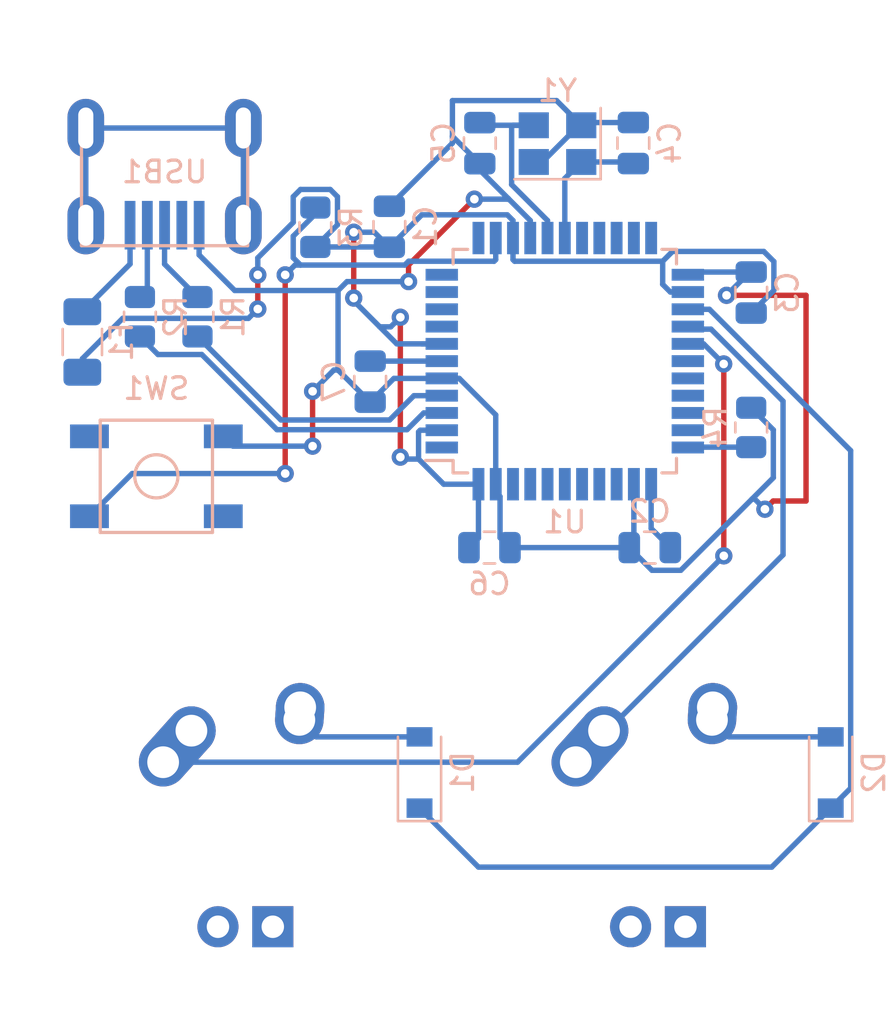
<source format=kicad_pcb>
(kicad_pcb (version 20171130) (host pcbnew "(5.1.8)-1")

  (general
    (thickness 1.6)
    (drawings 5)
    (tracks 199)
    (zones 0)
    (modules 20)
    (nets 43)
  )

  (page A4)
  (layers
    (0 F.Cu signal)
    (31 B.Cu signal)
    (32 B.Adhes user)
    (33 F.Adhes user)
    (34 B.Paste user)
    (35 F.Paste user)
    (36 B.SilkS user)
    (37 F.SilkS user)
    (38 B.Mask user)
    (39 F.Mask user)
    (40 Dwgs.User user)
    (41 Cmts.User user)
    (42 Eco1.User user)
    (43 Eco2.User user)
    (44 Edge.Cuts user)
    (45 Margin user)
    (46 B.CrtYd user)
    (47 F.CrtYd user)
    (48 B.Fab user)
    (49 F.Fab user)
  )

  (setup
    (last_trace_width 0.25)
    (trace_clearance 0.2)
    (zone_clearance 0.508)
    (zone_45_only no)
    (trace_min 0.2)
    (via_size 0.8)
    (via_drill 0.4)
    (via_min_size 0.4)
    (via_min_drill 0.3)
    (uvia_size 0.3)
    (uvia_drill 0.1)
    (uvias_allowed no)
    (uvia_min_size 0.2)
    (uvia_min_drill 0.1)
    (edge_width 0.05)
    (segment_width 0.2)
    (pcb_text_width 0.3)
    (pcb_text_size 1.5 1.5)
    (mod_edge_width 0.12)
    (mod_text_size 1 1)
    (mod_text_width 0.15)
    (pad_size 1.524 1.524)
    (pad_drill 0.762)
    (pad_to_mask_clearance 0)
    (aux_axis_origin 0 0)
    (visible_elements FFFFFF7F)
    (pcbplotparams
      (layerselection 0x010f0_ffffffff)
      (usegerberextensions true)
      (usegerberattributes true)
      (usegerberadvancedattributes true)
      (creategerberjobfile false)
      (excludeedgelayer true)
      (linewidth 0.100000)
      (plotframeref false)
      (viasonmask false)
      (mode 1)
      (useauxorigin false)
      (hpglpennumber 1)
      (hpglpenspeed 20)
      (hpglpendiameter 15.000000)
      (psnegative false)
      (psa4output false)
      (plotreference true)
      (plotvalue true)
      (plotinvisibletext false)
      (padsonsilk false)
      (subtractmaskfromsilk true)
      (outputformat 1)
      (mirror false)
      (drillshape 0)
      (scaleselection 1)
      (outputdirectory "Gerber/"))
  )

  (net 0 "")
  (net 1 +5V)
  (net 2 GND)
  (net 3 "Net-(U1-Pad42)")
  (net 4 "Net-(U1-Pad41)")
  (net 5 "Net-(U1-Pad40)")
  (net 6 "Net-(U1-Pad39)")
  (net 7 "Net-(U1-Pad38)")
  (net 8 "Net-(U1-Pad37)")
  (net 9 "Net-(U1-Pad36)")
  (net 10 "Net-(R4-Pad2)")
  (net 11 "Net-(U1-Pad32)")
  (net 12 "Net-(U1-Pad31)")
  (net 13 "Net-(U1-Pad30)")
  (net 14 "Net-(U1-Pad29)")
  (net 15 "Net-(U1-Pad28)")
  (net 16 "Net-(U1-Pad22)")
  (net 17 "Net-(U1-Pad21)")
  (net 18 "Net-(U1-Pad20)")
  (net 19 "Net-(U1-Pad19)")
  (net 20 "Net-(U1-Pad18)")
  (net 21 "Net-(C4-Pad1)")
  (net 22 "Net-(C5-Pad1)")
  (net 23 "Net-(R3-Pad2)")
  (net 24 "Net-(U1-Pad12)")
  (net 25 "Net-(U1-Pad11)")
  (net 26 "Net-(U1-Pad10)")
  (net 27 "Net-(U1-Pad9)")
  (net 28 "Net-(U1-Pad8)")
  (net 29 "Net-(C7-Pad1)")
  (net 30 "Net-(R1-Pad1)")
  (net 31 "Net-(R2-Pad1)")
  (net 32 "Net-(U1-Pad1)")
  (net 33 "Net-(D1-Pad2)")
  (net 34 ROW0)
  (net 35 "Net-(D2-Pad2)")
  (net 36 VCC)
  (net 37 COL0)
  (net 38 COL1)
  (net 39 D+)
  (net 40 D-)
  (net 41 "Net-(USB1-Pad6)")
  (net 42 "Net-(USB1-Pad2)")

  (net_class Default "This is the default net class."
    (clearance 0.2)
    (trace_width 0.25)
    (via_dia 0.8)
    (via_drill 0.4)
    (uvia_dia 0.3)
    (uvia_drill 0.1)
    (add_net +5V)
    (add_net COL0)
    (add_net COL1)
    (add_net D+)
    (add_net D-)
    (add_net GND)
    (add_net "Net-(C4-Pad1)")
    (add_net "Net-(C5-Pad1)")
    (add_net "Net-(C7-Pad1)")
    (add_net "Net-(D1-Pad2)")
    (add_net "Net-(D2-Pad2)")
    (add_net "Net-(R1-Pad1)")
    (add_net "Net-(R2-Pad1)")
    (add_net "Net-(R3-Pad2)")
    (add_net "Net-(R4-Pad2)")
    (add_net "Net-(U1-Pad1)")
    (add_net "Net-(U1-Pad10)")
    (add_net "Net-(U1-Pad11)")
    (add_net "Net-(U1-Pad12)")
    (add_net "Net-(U1-Pad18)")
    (add_net "Net-(U1-Pad19)")
    (add_net "Net-(U1-Pad20)")
    (add_net "Net-(U1-Pad21)")
    (add_net "Net-(U1-Pad22)")
    (add_net "Net-(U1-Pad28)")
    (add_net "Net-(U1-Pad29)")
    (add_net "Net-(U1-Pad30)")
    (add_net "Net-(U1-Pad31)")
    (add_net "Net-(U1-Pad32)")
    (add_net "Net-(U1-Pad36)")
    (add_net "Net-(U1-Pad37)")
    (add_net "Net-(U1-Pad38)")
    (add_net "Net-(U1-Pad39)")
    (add_net "Net-(U1-Pad40)")
    (add_net "Net-(U1-Pad41)")
    (add_net "Net-(U1-Pad42)")
    (add_net "Net-(U1-Pad8)")
    (add_net "Net-(U1-Pad9)")
    (add_net "Net-(USB1-Pad2)")
    (add_net "Net-(USB1-Pad6)")
    (add_net ROW0)
    (add_net VCC)
  )

  (module Crystal:Crystal_SMD_3225-4Pin_3.2x2.5mm (layer B.Cu) (tedit 5A0FD1B2) (tstamp 5FD4C483)
    (at 138.346 16.471 180)
    (descr "SMD Crystal SERIES SMD3225/4 http://www.txccrystal.com/images/pdf/7m-accuracy.pdf, 3.2x2.5mm^2 package")
    (tags "SMD SMT crystal")
    (path /5FD4FEE1)
    (attr smd)
    (fp_text reference Y1 (at 0 2.45) (layer B.SilkS)
      (effects (font (size 1 1) (thickness 0.15)) (justify mirror))
    )
    (fp_text value 16MHz (at 0 -2.45) (layer B.Fab)
      (effects (font (size 1 1) (thickness 0.15)) (justify mirror))
    )
    (fp_line (start 2.1 1.7) (end -2.1 1.7) (layer B.CrtYd) (width 0.05))
    (fp_line (start 2.1 -1.7) (end 2.1 1.7) (layer B.CrtYd) (width 0.05))
    (fp_line (start -2.1 -1.7) (end 2.1 -1.7) (layer B.CrtYd) (width 0.05))
    (fp_line (start -2.1 1.7) (end -2.1 -1.7) (layer B.CrtYd) (width 0.05))
    (fp_line (start -2 -1.65) (end 2 -1.65) (layer B.SilkS) (width 0.12))
    (fp_line (start -2 1.65) (end -2 -1.65) (layer B.SilkS) (width 0.12))
    (fp_line (start -1.6 -0.25) (end -0.6 -1.25) (layer B.Fab) (width 0.1))
    (fp_line (start 1.6 1.25) (end -1.6 1.25) (layer B.Fab) (width 0.1))
    (fp_line (start 1.6 -1.25) (end 1.6 1.25) (layer B.Fab) (width 0.1))
    (fp_line (start -1.6 -1.25) (end 1.6 -1.25) (layer B.Fab) (width 0.1))
    (fp_line (start -1.6 1.25) (end -1.6 -1.25) (layer B.Fab) (width 0.1))
    (fp_text user %R (at 0 0) (layer B.Fab)
      (effects (font (size 0.7 0.7) (thickness 0.105)) (justify mirror))
    )
    (pad 1 smd rect (at -1.1 -0.85 180) (size 1.4 1.2) (layers B.Cu B.Paste B.Mask)
      (net 21 "Net-(C4-Pad1)"))
    (pad 2 smd rect (at 1.1 -0.85 180) (size 1.4 1.2) (layers B.Cu B.Paste B.Mask)
      (net 2 GND))
    (pad 3 smd rect (at 1.1 0.85 180) (size 1.4 1.2) (layers B.Cu B.Paste B.Mask)
      (net 22 "Net-(C5-Pad1)"))
    (pad 4 smd rect (at -1.1 0.85 180) (size 1.4 1.2) (layers B.Cu B.Paste B.Mask)
      (net 2 GND))
    (model ${KISYS3DMOD}/Crystal.3dshapes/Crystal_SMD_3225-4Pin_3.2x2.5mm.wrl
      (at (xyz 0 0 0))
      (scale (xyz 1 1 1))
      (rotate (xyz 0 0 0))
    )
  )

  (module random-keyboard-parts:Molex-0548190589 (layer B.Cu) (tedit 5C494815) (tstamp 5FD4C46F)
    (at 120.142 15.748 270)
    (path /5FD82B0C)
    (attr smd)
    (fp_text reference USB1 (at 2.032 0) (layer B.SilkS)
      (effects (font (size 1 1) (thickness 0.15)) (justify mirror))
    )
    (fp_text value Molex-0548190589 (at -5.08 0) (layer Dwgs.User)
      (effects (font (size 1 1) (thickness 0.15)))
    )
    (fp_text user %R (at 2 0) (layer B.CrtYd)
      (effects (font (size 1 1) (thickness 0.15)) (justify mirror))
    )
    (fp_line (start -3.75 3.85) (end -3.75 -3.85) (layer Dwgs.User) (width 0.15))
    (fp_line (start -1.75 4.572) (end -1.75 -4.572) (layer Dwgs.User) (width 0.15))
    (fp_line (start -3.75 -3.85) (end 0 -3.85) (layer Dwgs.User) (width 0.15))
    (fp_line (start -3.75 3.85) (end 0 3.85) (layer Dwgs.User) (width 0.15))
    (fp_line (start 5.45 3.85) (end 5.45 -3.85) (layer B.SilkS) (width 0.15))
    (fp_line (start 0 -3.85) (end 5.45 -3.85) (layer B.SilkS) (width 0.15))
    (fp_line (start 0 3.85) (end 5.45 3.85) (layer B.SilkS) (width 0.15))
    (fp_line (start -3.75 3.75) (end 5.5 3.75) (layer B.CrtYd) (width 0.15))
    (fp_line (start 5.5 3.75) (end 5.5 -3.75) (layer B.CrtYd) (width 0.15))
    (fp_line (start 5.5 -3.75) (end -3.75 -3.75) (layer B.CrtYd) (width 0.15))
    (fp_line (start -3.75 -3.75) (end -3.75 3.75) (layer B.CrtYd) (width 0.15))
    (fp_line (start 5.5 2) (end 3.25 2) (layer B.CrtYd) (width 0.15))
    (fp_line (start 3.25 2) (end 3.25 -2) (layer B.CrtYd) (width 0.15))
    (fp_line (start 3.25 -2) (end 5.5 -2) (layer B.CrtYd) (width 0.15))
    (fp_line (start 5.5 -1.25) (end 3.25 -1.25) (layer B.CrtYd) (width 0.15))
    (fp_line (start 3.25 -0.5) (end 5.5 -0.5) (layer B.CrtYd) (width 0.15))
    (fp_line (start 5.5 0.5) (end 3.25 0.5) (layer B.CrtYd) (width 0.15))
    (fp_line (start 3.25 1.25) (end 5.5 1.25) (layer B.CrtYd) (width 0.15))
    (pad 6 thru_hole oval (at 0 3.65 270) (size 2.7 1.7) (drill oval 1.9 0.7) (layers *.Cu *.Mask)
      (net 41 "Net-(USB1-Pad6)"))
    (pad 6 thru_hole oval (at 0 -3.65 270) (size 2.7 1.7) (drill oval 1.9 0.7) (layers *.Cu *.Mask)
      (net 41 "Net-(USB1-Pad6)"))
    (pad 6 thru_hole oval (at 4.5 -3.65 270) (size 2.7 1.7) (drill oval 1.9 0.7) (layers *.Cu *.Mask)
      (net 41 "Net-(USB1-Pad6)"))
    (pad 6 thru_hole oval (at 4.5 3.65 270) (size 2.7 1.7) (drill oval 1.9 0.7) (layers *.Cu *.Mask)
      (net 41 "Net-(USB1-Pad6)"))
    (pad 5 smd rect (at 4.5 1.6 270) (size 2.25 0.5) (layers B.Cu B.Paste B.Mask)
      (net 36 VCC))
    (pad 4 smd rect (at 4.5 0.8 270) (size 2.25 0.5) (layers B.Cu B.Paste B.Mask)
      (net 40 D-))
    (pad 3 smd rect (at 4.5 0 270) (size 2.25 0.5) (layers B.Cu B.Paste B.Mask)
      (net 39 D+))
    (pad 2 smd rect (at 4.5 -0.8 270) (size 2.25 0.5) (layers B.Cu B.Paste B.Mask)
      (net 42 "Net-(USB1-Pad2)"))
    (pad 1 smd rect (at 4.5 -1.6 270) (size 2.25 0.5) (layers B.Cu B.Paste B.Mask)
      (net 2 GND))
  )

  (module random-keyboard-parts:SKQG-1155865 (layer B.Cu) (tedit 5E62B398) (tstamp 5FD4C3CB)
    (at 119.761 31.877)
    (path /5FD5B81C)
    (attr smd)
    (fp_text reference SW1 (at 0 -4.064) (layer B.SilkS)
      (effects (font (size 1 1) (thickness 0.15)) (justify mirror))
    )
    (fp_text value SW_Push (at 0 4.064) (layer B.Fab)
      (effects (font (size 1 1) (thickness 0.15)) (justify mirror))
    )
    (fp_line (start -2.6 -1.1) (end -1.1 -2.6) (layer B.Fab) (width 0.15))
    (fp_line (start 2.6 -1.1) (end 1.1 -2.6) (layer B.Fab) (width 0.15))
    (fp_line (start 2.6 1.1) (end 1.1 2.6) (layer B.Fab) (width 0.15))
    (fp_line (start -2.6 1.1) (end -1.1 2.6) (layer B.Fab) (width 0.15))
    (fp_circle (center 0 0) (end 1 0) (layer B.Fab) (width 0.15))
    (fp_line (start -4.2 1.1) (end -4.2 2.6) (layer B.Fab) (width 0.15))
    (fp_line (start -2.6 1.1) (end -4.2 1.1) (layer B.Fab) (width 0.15))
    (fp_line (start -2.6 -1.1) (end -2.6 1.1) (layer B.Fab) (width 0.15))
    (fp_line (start -4.2 -1.1) (end -2.6 -1.1) (layer B.Fab) (width 0.15))
    (fp_line (start -4.2 -2.6) (end -4.2 -1.1) (layer B.Fab) (width 0.15))
    (fp_line (start 4.2 -2.6) (end -4.2 -2.6) (layer B.Fab) (width 0.15))
    (fp_line (start 4.2 -1.1) (end 4.2 -2.6) (layer B.Fab) (width 0.15))
    (fp_line (start 2.6 -1.1) (end 4.2 -1.1) (layer B.Fab) (width 0.15))
    (fp_line (start 2.6 1.1) (end 2.6 -1.1) (layer B.Fab) (width 0.15))
    (fp_line (start 4.2 1.1) (end 2.6 1.1) (layer B.Fab) (width 0.15))
    (fp_line (start 4.2 2.6) (end 4.2 1.2) (layer B.Fab) (width 0.15))
    (fp_line (start -4.2 2.6) (end 4.2 2.6) (layer B.Fab) (width 0.15))
    (fp_circle (center 0 0) (end 1 0) (layer B.SilkS) (width 0.15))
    (fp_line (start -2.6 -2.6) (end -2.6 2.6) (layer B.SilkS) (width 0.15))
    (fp_line (start 2.6 -2.6) (end -2.6 -2.6) (layer B.SilkS) (width 0.15))
    (fp_line (start 2.6 2.6) (end 2.6 -2.6) (layer B.SilkS) (width 0.15))
    (fp_line (start -2.6 2.6) (end 2.6 2.6) (layer B.SilkS) (width 0.15))
    (pad 4 smd rect (at -3.1 -1.85) (size 1.8 1.1) (layers B.Cu B.Paste B.Mask))
    (pad 3 smd rect (at 3.1 1.85) (size 1.8 1.1) (layers B.Cu B.Paste B.Mask))
    (pad 2 smd rect (at -3.1 1.85) (size 1.8 1.1) (layers B.Cu B.Paste B.Mask)
      (net 23 "Net-(R3-Pad2)"))
    (pad 1 smd rect (at 3.1 -1.85) (size 1.8 1.1) (layers B.Cu B.Paste B.Mask)
      (net 2 GND))
    (model ${KISYS3DMOD}/Button_Switch_SMD.3dshapes/SW_SPST_TL3342.step
      (at (xyz 0 0 0))
      (scale (xyz 1 1 1))
      (rotate (xyz 0 0 0))
    )
  )

  (module Resistor_SMD:R_0805_2012Metric (layer B.Cu) (tedit 5F68FEEE) (tstamp 5FD4C3AD)
    (at 147.32 29.6145 270)
    (descr "Resistor SMD 0805 (2012 Metric), square (rectangular) end terminal, IPC_7351 nominal, (Body size source: IPC-SM-782 page 72, https://www.pcb-3d.com/wordpress/wp-content/uploads/ipc-sm-782a_amendment_1_and_2.pdf), generated with kicad-footprint-generator")
    (tags resistor)
    (path /5FD4AFBD)
    (attr smd)
    (fp_text reference R4 (at 0 1.65 90) (layer B.SilkS)
      (effects (font (size 1 1) (thickness 0.15)) (justify mirror))
    )
    (fp_text value 10k (at 0 -1.65 90) (layer B.Fab)
      (effects (font (size 1 1) (thickness 0.15)) (justify mirror))
    )
    (fp_line (start 1.68 -0.95) (end -1.68 -0.95) (layer B.CrtYd) (width 0.05))
    (fp_line (start 1.68 0.95) (end 1.68 -0.95) (layer B.CrtYd) (width 0.05))
    (fp_line (start -1.68 0.95) (end 1.68 0.95) (layer B.CrtYd) (width 0.05))
    (fp_line (start -1.68 -0.95) (end -1.68 0.95) (layer B.CrtYd) (width 0.05))
    (fp_line (start -0.227064 -0.735) (end 0.227064 -0.735) (layer B.SilkS) (width 0.12))
    (fp_line (start -0.227064 0.735) (end 0.227064 0.735) (layer B.SilkS) (width 0.12))
    (fp_line (start 1 -0.625) (end -1 -0.625) (layer B.Fab) (width 0.1))
    (fp_line (start 1 0.625) (end 1 -0.625) (layer B.Fab) (width 0.1))
    (fp_line (start -1 0.625) (end 1 0.625) (layer B.Fab) (width 0.1))
    (fp_line (start -1 -0.625) (end -1 0.625) (layer B.Fab) (width 0.1))
    (fp_text user %R (at 0 0 90) (layer B.Fab)
      (effects (font (size 0.5 0.5) (thickness 0.08)) (justify mirror))
    )
    (pad 1 smd roundrect (at -0.9125 0 270) (size 1.025 1.4) (layers B.Cu B.Paste B.Mask) (roundrect_rratio 0.2439014634146341)
      (net 2 GND))
    (pad 2 smd roundrect (at 0.9125 0 270) (size 1.025 1.4) (layers B.Cu B.Paste B.Mask) (roundrect_rratio 0.2439014634146341)
      (net 10 "Net-(R4-Pad2)"))
    (model ${KISYS3DMOD}/Resistor_SMD.3dshapes/R_0805_2012Metric.wrl
      (at (xyz 0 0 0))
      (scale (xyz 1 1 1))
      (rotate (xyz 0 0 0))
    )
  )

  (module Resistor_SMD:R_0805_2012Metric (layer B.Cu) (tedit 5F68FEEE) (tstamp 5FD4C39C)
    (at 127.127 20.3435 90)
    (descr "Resistor SMD 0805 (2012 Metric), square (rectangular) end terminal, IPC_7351 nominal, (Body size source: IPC-SM-782 page 72, https://www.pcb-3d.com/wordpress/wp-content/uploads/ipc-sm-782a_amendment_1_and_2.pdf), generated with kicad-footprint-generator")
    (tags resistor)
    (path /5FD5D753)
    (attr smd)
    (fp_text reference R3 (at 0 1.65 90) (layer B.SilkS)
      (effects (font (size 1 1) (thickness 0.15)) (justify mirror))
    )
    (fp_text value 10k (at 0 -1.65 90) (layer B.Fab)
      (effects (font (size 1 1) (thickness 0.15)) (justify mirror))
    )
    (fp_line (start 1.68 -0.95) (end -1.68 -0.95) (layer B.CrtYd) (width 0.05))
    (fp_line (start 1.68 0.95) (end 1.68 -0.95) (layer B.CrtYd) (width 0.05))
    (fp_line (start -1.68 0.95) (end 1.68 0.95) (layer B.CrtYd) (width 0.05))
    (fp_line (start -1.68 -0.95) (end -1.68 0.95) (layer B.CrtYd) (width 0.05))
    (fp_line (start -0.227064 -0.735) (end 0.227064 -0.735) (layer B.SilkS) (width 0.12))
    (fp_line (start -0.227064 0.735) (end 0.227064 0.735) (layer B.SilkS) (width 0.12))
    (fp_line (start 1 -0.625) (end -1 -0.625) (layer B.Fab) (width 0.1))
    (fp_line (start 1 0.625) (end 1 -0.625) (layer B.Fab) (width 0.1))
    (fp_line (start -1 0.625) (end 1 0.625) (layer B.Fab) (width 0.1))
    (fp_line (start -1 -0.625) (end -1 0.625) (layer B.Fab) (width 0.1))
    (fp_text user %R (at 0 0 90) (layer B.Fab)
      (effects (font (size 0.5 0.5) (thickness 0.08)) (justify mirror))
    )
    (pad 1 smd roundrect (at -0.9125 0 90) (size 1.025 1.4) (layers B.Cu B.Paste B.Mask) (roundrect_rratio 0.2439014634146341)
      (net 1 +5V))
    (pad 2 smd roundrect (at 0.9125 0 90) (size 1.025 1.4) (layers B.Cu B.Paste B.Mask) (roundrect_rratio 0.2439014634146341)
      (net 23 "Net-(R3-Pad2)"))
    (model ${KISYS3DMOD}/Resistor_SMD.3dshapes/R_0805_2012Metric.wrl
      (at (xyz 0 0 0))
      (scale (xyz 1 1 1))
      (rotate (xyz 0 0 0))
    )
  )

  (module Resistor_SMD:R_0805_2012Metric (layer B.Cu) (tedit 5F68FEEE) (tstamp 5FD4C38B)
    (at 118.999 24.4875 90)
    (descr "Resistor SMD 0805 (2012 Metric), square (rectangular) end terminal, IPC_7351 nominal, (Body size source: IPC-SM-782 page 72, https://www.pcb-3d.com/wordpress/wp-content/uploads/ipc-sm-782a_amendment_1_and_2.pdf), generated with kicad-footprint-generator")
    (tags resistor)
    (path /5FD6296C)
    (attr smd)
    (fp_text reference R2 (at 0 1.65 90) (layer B.SilkS)
      (effects (font (size 1 1) (thickness 0.15)) (justify mirror))
    )
    (fp_text value 22 (at 0 -1.65 90) (layer B.Fab)
      (effects (font (size 1 1) (thickness 0.15)) (justify mirror))
    )
    (fp_text user %R (at 0 0 90) (layer B.Fab)
      (effects (font (size 0.5 0.5) (thickness 0.08)) (justify mirror))
    )
    (fp_line (start -1 -0.625) (end -1 0.625) (layer B.Fab) (width 0.1))
    (fp_line (start -1 0.625) (end 1 0.625) (layer B.Fab) (width 0.1))
    (fp_line (start 1 0.625) (end 1 -0.625) (layer B.Fab) (width 0.1))
    (fp_line (start 1 -0.625) (end -1 -0.625) (layer B.Fab) (width 0.1))
    (fp_line (start -0.227064 0.735) (end 0.227064 0.735) (layer B.SilkS) (width 0.12))
    (fp_line (start -0.227064 -0.735) (end 0.227064 -0.735) (layer B.SilkS) (width 0.12))
    (fp_line (start -1.68 -0.95) (end -1.68 0.95) (layer B.CrtYd) (width 0.05))
    (fp_line (start -1.68 0.95) (end 1.68 0.95) (layer B.CrtYd) (width 0.05))
    (fp_line (start 1.68 0.95) (end 1.68 -0.95) (layer B.CrtYd) (width 0.05))
    (fp_line (start 1.68 -0.95) (end -1.68 -0.95) (layer B.CrtYd) (width 0.05))
    (pad 2 smd roundrect (at 0.9125 0 90) (size 1.025 1.4) (layers B.Cu B.Paste B.Mask) (roundrect_rratio 0.2439014634146341)
      (net 40 D-))
    (pad 1 smd roundrect (at -0.9125 0 90) (size 1.025 1.4) (layers B.Cu B.Paste B.Mask) (roundrect_rratio 0.2439014634146341)
      (net 31 "Net-(R2-Pad1)"))
    (model ${KISYS3DMOD}/Resistor_SMD.3dshapes/R_0805_2012Metric.wrl
      (at (xyz 0 0 0))
      (scale (xyz 1 1 1))
      (rotate (xyz 0 0 0))
    )
  )

  (module Resistor_SMD:R_0805_2012Metric (layer B.Cu) (tedit 5F68FEEE) (tstamp 5FD4C37A)
    (at 121.666 24.4875 90)
    (descr "Resistor SMD 0805 (2012 Metric), square (rectangular) end terminal, IPC_7351 nominal, (Body size source: IPC-SM-782 page 72, https://www.pcb-3d.com/wordpress/wp-content/uploads/ipc-sm-782a_amendment_1_and_2.pdf), generated with kicad-footprint-generator")
    (tags resistor)
    (path /5FD61498)
    (attr smd)
    (fp_text reference R1 (at 0 1.65 90) (layer B.SilkS)
      (effects (font (size 1 1) (thickness 0.15)) (justify mirror))
    )
    (fp_text value 22 (at 0 -1.65 90) (layer B.Fab)
      (effects (font (size 1 1) (thickness 0.15)) (justify mirror))
    )
    (fp_text user %R (at 0 0 90) (layer B.Fab)
      (effects (font (size 0.5 0.5) (thickness 0.08)) (justify mirror))
    )
    (fp_line (start -1 -0.625) (end -1 0.625) (layer B.Fab) (width 0.1))
    (fp_line (start -1 0.625) (end 1 0.625) (layer B.Fab) (width 0.1))
    (fp_line (start 1 0.625) (end 1 -0.625) (layer B.Fab) (width 0.1))
    (fp_line (start 1 -0.625) (end -1 -0.625) (layer B.Fab) (width 0.1))
    (fp_line (start -0.227064 0.735) (end 0.227064 0.735) (layer B.SilkS) (width 0.12))
    (fp_line (start -0.227064 -0.735) (end 0.227064 -0.735) (layer B.SilkS) (width 0.12))
    (fp_line (start -1.68 -0.95) (end -1.68 0.95) (layer B.CrtYd) (width 0.05))
    (fp_line (start -1.68 0.95) (end 1.68 0.95) (layer B.CrtYd) (width 0.05))
    (fp_line (start 1.68 0.95) (end 1.68 -0.95) (layer B.CrtYd) (width 0.05))
    (fp_line (start 1.68 -0.95) (end -1.68 -0.95) (layer B.CrtYd) (width 0.05))
    (pad 2 smd roundrect (at 0.9125 0 90) (size 1.025 1.4) (layers B.Cu B.Paste B.Mask) (roundrect_rratio 0.2439014634146341)
      (net 39 D+))
    (pad 1 smd roundrect (at -0.9125 0 90) (size 1.025 1.4) (layers B.Cu B.Paste B.Mask) (roundrect_rratio 0.2439014634146341)
      (net 30 "Net-(R1-Pad1)"))
    (model ${KISYS3DMOD}/Resistor_SMD.3dshapes/R_0805_2012Metric.wrl
      (at (xyz 0 0 0))
      (scale (xyz 1 1 1))
      (rotate (xyz 0 0 0))
    )
  )

  (module MX_Alps_Hybrid:MX-1U (layer F.Cu) (tedit 5A9F3A9A) (tstamp 5FD4C369)
    (at 143.002 47.656)
    (path /5FD97CBD)
    (fp_text reference MX2 (at 0 3.175) (layer Dwgs.User)
      (effects (font (size 1 1) (thickness 0.15)))
    )
    (fp_text value MX-NoLED (at 0 -7.9375) (layer Dwgs.User)
      (effects (font (size 1 1) (thickness 0.15)))
    )
    (fp_line (start 5 -7) (end 7 -7) (layer Dwgs.User) (width 0.15))
    (fp_line (start 7 -7) (end 7 -5) (layer Dwgs.User) (width 0.15))
    (fp_line (start 5 7) (end 7 7) (layer Dwgs.User) (width 0.15))
    (fp_line (start 7 7) (end 7 5) (layer Dwgs.User) (width 0.15))
    (fp_line (start -7 5) (end -7 7) (layer Dwgs.User) (width 0.15))
    (fp_line (start -7 7) (end -5 7) (layer Dwgs.User) (width 0.15))
    (fp_line (start -5 -7) (end -7 -7) (layer Dwgs.User) (width 0.15))
    (fp_line (start -7 -7) (end -7 -5) (layer Dwgs.User) (width 0.15))
    (fp_line (start -9.525 -9.525) (end 9.525 -9.525) (layer Dwgs.User) (width 0.15))
    (fp_line (start 9.525 -9.525) (end 9.525 9.525) (layer Dwgs.User) (width 0.15))
    (fp_line (start 9.525 9.525) (end -9.525 9.525) (layer Dwgs.User) (width 0.15))
    (fp_line (start -9.525 9.525) (end -9.525 -9.525) (layer Dwgs.User) (width 0.15))
    (pad "" np_thru_hole circle (at 5.08 0 48.0996) (size 1.75 1.75) (drill 1.75) (layers *.Cu *.Mask))
    (pad "" np_thru_hole circle (at -5.08 0 48.0996) (size 1.75 1.75) (drill 1.75) (layers *.Cu *.Mask))
    (pad 4 thru_hole rect (at 1.27 5.08) (size 1.905 1.905) (drill 1.04) (layers *.Cu B.Mask))
    (pad 3 thru_hole circle (at -1.27 5.08) (size 1.905 1.905) (drill 1.04) (layers *.Cu B.Mask))
    (pad 1 thru_hole circle (at -2.5 -4) (size 2.25 2.25) (drill 1.47) (layers *.Cu B.Mask)
      (net 38 COL1))
    (pad "" np_thru_hole circle (at 0 0) (size 3.9878 3.9878) (drill 3.9878) (layers *.Cu *.Mask))
    (pad 1 thru_hole oval (at -3.81 -2.54 48.0996) (size 4.211556 2.25) (drill 1.47 (offset 0.980778 0)) (layers *.Cu B.Mask)
      (net 38 COL1))
    (pad 2 thru_hole circle (at 2.54 -5.08) (size 2.25 2.25) (drill 1.47) (layers *.Cu B.Mask)
      (net 35 "Net-(D2-Pad2)"))
    (pad 2 thru_hole oval (at 2.5 -4.5 86.0548) (size 2.831378 2.25) (drill 1.47 (offset 0.290689 0)) (layers *.Cu B.Mask)
      (net 35 "Net-(D2-Pad2)"))
  )

  (module MX_Alps_Hybrid:MX-1U (layer F.Cu) (tedit 5A9F3A9A) (tstamp 5FD4C350)
    (at 123.885 47.656)
    (path /5FD9292B)
    (fp_text reference MX1 (at 0 3.175) (layer Dwgs.User)
      (effects (font (size 1 1) (thickness 0.15)))
    )
    (fp_text value MX-NoLED (at 0 -7.9375) (layer Dwgs.User)
      (effects (font (size 1 1) (thickness 0.15)))
    )
    (fp_line (start 5 -7) (end 7 -7) (layer Dwgs.User) (width 0.15))
    (fp_line (start 7 -7) (end 7 -5) (layer Dwgs.User) (width 0.15))
    (fp_line (start 5 7) (end 7 7) (layer Dwgs.User) (width 0.15))
    (fp_line (start 7 7) (end 7 5) (layer Dwgs.User) (width 0.15))
    (fp_line (start -7 5) (end -7 7) (layer Dwgs.User) (width 0.15))
    (fp_line (start -7 7) (end -5 7) (layer Dwgs.User) (width 0.15))
    (fp_line (start -5 -7) (end -7 -7) (layer Dwgs.User) (width 0.15))
    (fp_line (start -7 -7) (end -7 -5) (layer Dwgs.User) (width 0.15))
    (fp_line (start -9.525 -9.525) (end 9.525 -9.525) (layer Dwgs.User) (width 0.15))
    (fp_line (start 9.525 -9.525) (end 9.525 9.525) (layer Dwgs.User) (width 0.15))
    (fp_line (start 9.525 9.525) (end -9.525 9.525) (layer Dwgs.User) (width 0.15))
    (fp_line (start -9.525 9.525) (end -9.525 -9.525) (layer Dwgs.User) (width 0.15))
    (pad "" np_thru_hole circle (at 5.08 0 48.0996) (size 1.75 1.75) (drill 1.75) (layers *.Cu *.Mask))
    (pad "" np_thru_hole circle (at -5.08 0 48.0996) (size 1.75 1.75) (drill 1.75) (layers *.Cu *.Mask))
    (pad 4 thru_hole rect (at 1.27 5.08) (size 1.905 1.905) (drill 1.04) (layers *.Cu B.Mask))
    (pad 3 thru_hole circle (at -1.27 5.08) (size 1.905 1.905) (drill 1.04) (layers *.Cu B.Mask))
    (pad 1 thru_hole circle (at -2.5 -4) (size 2.25 2.25) (drill 1.47) (layers *.Cu B.Mask)
      (net 37 COL0))
    (pad "" np_thru_hole circle (at 0 0) (size 3.9878 3.9878) (drill 3.9878) (layers *.Cu *.Mask))
    (pad 1 thru_hole oval (at -3.81 -2.54 48.0996) (size 4.211556 2.25) (drill 1.47 (offset 0.980778 0)) (layers *.Cu B.Mask)
      (net 37 COL0))
    (pad 2 thru_hole circle (at 2.54 -5.08) (size 2.25 2.25) (drill 1.47) (layers *.Cu B.Mask)
      (net 33 "Net-(D1-Pad2)"))
    (pad 2 thru_hole oval (at 2.5 -4.5 86.0548) (size 2.831378 2.25) (drill 1.47 (offset 0.290689 0)) (layers *.Cu B.Mask)
      (net 33 "Net-(D1-Pad2)"))
  )

  (module Fuse:Fuse_1206_3216Metric (layer B.Cu) (tedit 5F68FEF1) (tstamp 5FD4C337)
    (at 116.332 25.657 90)
    (descr "Fuse SMD 1206 (3216 Metric), square (rectangular) end terminal, IPC_7351 nominal, (Body size source: http://www.tortai-tech.com/upload/download/2011102023233369053.pdf), generated with kicad-footprint-generator")
    (tags fuse)
    (path /5FD86A18)
    (attr smd)
    (fp_text reference F1 (at 0 1.82 90) (layer B.SilkS)
      (effects (font (size 1 1) (thickness 0.15)) (justify mirror))
    )
    (fp_text value Polyfuse_Small (at 0 -1.82 90) (layer B.Fab)
      (effects (font (size 1 1) (thickness 0.15)) (justify mirror))
    )
    (fp_text user %R (at 0 0 90) (layer B.Fab)
      (effects (font (size 0.8 0.8) (thickness 0.12)) (justify mirror))
    )
    (fp_line (start -1.6 -0.8) (end -1.6 0.8) (layer B.Fab) (width 0.1))
    (fp_line (start -1.6 0.8) (end 1.6 0.8) (layer B.Fab) (width 0.1))
    (fp_line (start 1.6 0.8) (end 1.6 -0.8) (layer B.Fab) (width 0.1))
    (fp_line (start 1.6 -0.8) (end -1.6 -0.8) (layer B.Fab) (width 0.1))
    (fp_line (start -0.602064 0.91) (end 0.602064 0.91) (layer B.SilkS) (width 0.12))
    (fp_line (start -0.602064 -0.91) (end 0.602064 -0.91) (layer B.SilkS) (width 0.12))
    (fp_line (start -2.28 -1.12) (end -2.28 1.12) (layer B.CrtYd) (width 0.05))
    (fp_line (start -2.28 1.12) (end 2.28 1.12) (layer B.CrtYd) (width 0.05))
    (fp_line (start 2.28 1.12) (end 2.28 -1.12) (layer B.CrtYd) (width 0.05))
    (fp_line (start 2.28 -1.12) (end -2.28 -1.12) (layer B.CrtYd) (width 0.05))
    (pad 2 smd roundrect (at 1.4 0 90) (size 1.25 1.75) (layers B.Cu B.Paste B.Mask) (roundrect_rratio 0.2)
      (net 36 VCC))
    (pad 1 smd roundrect (at -1.4 0 90) (size 1.25 1.75) (layers B.Cu B.Paste B.Mask) (roundrect_rratio 0.2)
      (net 1 +5V))
    (model ${KISYS3DMOD}/Fuse.3dshapes/Fuse_1206_3216Metric.wrl
      (at (xyz 0 0 0))
      (scale (xyz 1 1 1))
      (rotate (xyz 0 0 0))
    )
  )

  (module Diode_SMD:D_SOD-123 (layer B.Cu) (tedit 58645DC7) (tstamp 5FD4C326)
    (at 151.003 45.593 90)
    (descr SOD-123)
    (tags SOD-123)
    (path /5FD97CC3)
    (attr smd)
    (fp_text reference D2 (at 0 2 90) (layer B.SilkS)
      (effects (font (size 1 1) (thickness 0.15)) (justify mirror))
    )
    (fp_text value SOD_123 (at 0 -2.1 90) (layer B.Fab)
      (effects (font (size 1 1) (thickness 0.15)) (justify mirror))
    )
    (fp_text user %R (at 0 2 90) (layer B.Fab)
      (effects (font (size 1 1) (thickness 0.15)) (justify mirror))
    )
    (fp_line (start -2.25 1) (end -2.25 -1) (layer B.SilkS) (width 0.12))
    (fp_line (start 0.25 0) (end 0.75 0) (layer B.Fab) (width 0.1))
    (fp_line (start 0.25 -0.4) (end -0.35 0) (layer B.Fab) (width 0.1))
    (fp_line (start 0.25 0.4) (end 0.25 -0.4) (layer B.Fab) (width 0.1))
    (fp_line (start -0.35 0) (end 0.25 0.4) (layer B.Fab) (width 0.1))
    (fp_line (start -0.35 0) (end -0.35 -0.55) (layer B.Fab) (width 0.1))
    (fp_line (start -0.35 0) (end -0.35 0.55) (layer B.Fab) (width 0.1))
    (fp_line (start -0.75 0) (end -0.35 0) (layer B.Fab) (width 0.1))
    (fp_line (start -1.4 -0.9) (end -1.4 0.9) (layer B.Fab) (width 0.1))
    (fp_line (start 1.4 -0.9) (end -1.4 -0.9) (layer B.Fab) (width 0.1))
    (fp_line (start 1.4 0.9) (end 1.4 -0.9) (layer B.Fab) (width 0.1))
    (fp_line (start -1.4 0.9) (end 1.4 0.9) (layer B.Fab) (width 0.1))
    (fp_line (start -2.35 1.15) (end 2.35 1.15) (layer B.CrtYd) (width 0.05))
    (fp_line (start 2.35 1.15) (end 2.35 -1.15) (layer B.CrtYd) (width 0.05))
    (fp_line (start 2.35 -1.15) (end -2.35 -1.15) (layer B.CrtYd) (width 0.05))
    (fp_line (start -2.35 1.15) (end -2.35 -1.15) (layer B.CrtYd) (width 0.05))
    (fp_line (start -2.25 -1) (end 1.65 -1) (layer B.SilkS) (width 0.12))
    (fp_line (start -2.25 1) (end 1.65 1) (layer B.SilkS) (width 0.12))
    (pad 2 smd rect (at 1.65 0 90) (size 0.9 1.2) (layers B.Cu B.Paste B.Mask)
      (net 35 "Net-(D2-Pad2)"))
    (pad 1 smd rect (at -1.65 0 90) (size 0.9 1.2) (layers B.Cu B.Paste B.Mask)
      (net 34 ROW0))
    (model ${KISYS3DMOD}/Diode_SMD.3dshapes/D_SOD-123.wrl
      (at (xyz 0 0 0))
      (scale (xyz 1 1 1))
      (rotate (xyz 0 0 0))
    )
  )

  (module Diode_SMD:D_SOD-123 (layer B.Cu) (tedit 58645DC7) (tstamp 5FD4C30D)
    (at 131.953 45.593 90)
    (descr SOD-123)
    (tags SOD-123)
    (path /5FD94533)
    (attr smd)
    (fp_text reference D1 (at 0 2 -90) (layer B.SilkS)
      (effects (font (size 1 1) (thickness 0.15)) (justify mirror))
    )
    (fp_text value SOD_123 (at 0 -2.1 -90) (layer B.Fab)
      (effects (font (size 1 1) (thickness 0.15)) (justify mirror))
    )
    (fp_text user %R (at 0 2 -90) (layer B.Fab)
      (effects (font (size 1 1) (thickness 0.15)) (justify mirror))
    )
    (fp_line (start -2.25 1) (end -2.25 -1) (layer B.SilkS) (width 0.12))
    (fp_line (start 0.25 0) (end 0.75 0) (layer B.Fab) (width 0.1))
    (fp_line (start 0.25 -0.4) (end -0.35 0) (layer B.Fab) (width 0.1))
    (fp_line (start 0.25 0.4) (end 0.25 -0.4) (layer B.Fab) (width 0.1))
    (fp_line (start -0.35 0) (end 0.25 0.4) (layer B.Fab) (width 0.1))
    (fp_line (start -0.35 0) (end -0.35 -0.55) (layer B.Fab) (width 0.1))
    (fp_line (start -0.35 0) (end -0.35 0.55) (layer B.Fab) (width 0.1))
    (fp_line (start -0.75 0) (end -0.35 0) (layer B.Fab) (width 0.1))
    (fp_line (start -1.4 -0.9) (end -1.4 0.9) (layer B.Fab) (width 0.1))
    (fp_line (start 1.4 -0.9) (end -1.4 -0.9) (layer B.Fab) (width 0.1))
    (fp_line (start 1.4 0.9) (end 1.4 -0.9) (layer B.Fab) (width 0.1))
    (fp_line (start -1.4 0.9) (end 1.4 0.9) (layer B.Fab) (width 0.1))
    (fp_line (start -2.35 1.15) (end 2.35 1.15) (layer B.CrtYd) (width 0.05))
    (fp_line (start 2.35 1.15) (end 2.35 -1.15) (layer B.CrtYd) (width 0.05))
    (fp_line (start 2.35 -1.15) (end -2.35 -1.15) (layer B.CrtYd) (width 0.05))
    (fp_line (start -2.35 1.15) (end -2.35 -1.15) (layer B.CrtYd) (width 0.05))
    (fp_line (start -2.25 -1) (end 1.65 -1) (layer B.SilkS) (width 0.12))
    (fp_line (start -2.25 1) (end 1.65 1) (layer B.SilkS) (width 0.12))
    (pad 2 smd rect (at 1.65 0 90) (size 0.9 1.2) (layers B.Cu B.Paste B.Mask)
      (net 33 "Net-(D1-Pad2)"))
    (pad 1 smd rect (at -1.65 0 90) (size 0.9 1.2) (layers B.Cu B.Paste B.Mask)
      (net 34 ROW0))
    (model ${KISYS3DMOD}/Diode_SMD.3dshapes/D_SOD-123.wrl
      (at (xyz 0 0 0))
      (scale (xyz 1 1 1))
      (rotate (xyz 0 0 0))
    )
  )

  (module Capacitor_SMD:C_0805_2012Metric (layer B.Cu) (tedit 5F68FEEE) (tstamp 5FD4C2F4)
    (at 129.667 27.493 270)
    (descr "Capacitor SMD 0805 (2012 Metric), square (rectangular) end terminal, IPC_7351 nominal, (Body size source: IPC-SM-782 page 76, https://www.pcb-3d.com/wordpress/wp-content/uploads/ipc-sm-782a_amendment_1_and_2.pdf, https://docs.google.com/spreadsheets/d/1BsfQQcO9C6DZCsRaXUlFlo91Tg2WpOkGARC1WS5S8t0/edit?usp=sharing), generated with kicad-footprint-generator")
    (tags capacitor)
    (path /5FD4D219)
    (attr smd)
    (fp_text reference C7 (at 0 1.68 90) (layer B.SilkS)
      (effects (font (size 1 1) (thickness 0.15)) (justify mirror))
    )
    (fp_text value 1uF (at 0 -1.68 90) (layer B.Fab)
      (effects (font (size 1 1) (thickness 0.15)) (justify mirror))
    )
    (fp_line (start 1.7 -0.98) (end -1.7 -0.98) (layer B.CrtYd) (width 0.05))
    (fp_line (start 1.7 0.98) (end 1.7 -0.98) (layer B.CrtYd) (width 0.05))
    (fp_line (start -1.7 0.98) (end 1.7 0.98) (layer B.CrtYd) (width 0.05))
    (fp_line (start -1.7 -0.98) (end -1.7 0.98) (layer B.CrtYd) (width 0.05))
    (fp_line (start -0.261252 -0.735) (end 0.261252 -0.735) (layer B.SilkS) (width 0.12))
    (fp_line (start -0.261252 0.735) (end 0.261252 0.735) (layer B.SilkS) (width 0.12))
    (fp_line (start 1 -0.625) (end -1 -0.625) (layer B.Fab) (width 0.1))
    (fp_line (start 1 0.625) (end 1 -0.625) (layer B.Fab) (width 0.1))
    (fp_line (start -1 0.625) (end 1 0.625) (layer B.Fab) (width 0.1))
    (fp_line (start -1 -0.625) (end -1 0.625) (layer B.Fab) (width 0.1))
    (fp_text user %R (at 0 0 90) (layer B.Fab)
      (effects (font (size 0.5 0.5) (thickness 0.08)) (justify mirror))
    )
    (pad 1 smd roundrect (at -0.95 0 270) (size 1 1.45) (layers B.Cu B.Paste B.Mask) (roundrect_rratio 0.25)
      (net 29 "Net-(C7-Pad1)"))
    (pad 2 smd roundrect (at 0.95 0 270) (size 1 1.45) (layers B.Cu B.Paste B.Mask) (roundrect_rratio 0.25)
      (net 2 GND))
    (model ${KISYS3DMOD}/Capacitor_SMD.3dshapes/C_0805_2012Metric.wrl
      (at (xyz 0 0 0))
      (scale (xyz 1 1 1))
      (rotate (xyz 0 0 0))
    )
  )

  (module Capacitor_SMD:C_0805_2012Metric (layer B.Cu) (tedit 5F68FEEE) (tstamp 5FD4C2E3)
    (at 135.194 35.179)
    (descr "Capacitor SMD 0805 (2012 Metric), square (rectangular) end terminal, IPC_7351 nominal, (Body size source: IPC-SM-782 page 76, https://www.pcb-3d.com/wordpress/wp-content/uploads/ipc-sm-782a_amendment_1_and_2.pdf, https://docs.google.com/spreadsheets/d/1BsfQQcO9C6DZCsRaXUlFlo91Tg2WpOkGARC1WS5S8t0/edit?usp=sharing), generated with kicad-footprint-generator")
    (tags capacitor)
    (path /5FD699B1)
    (attr smd)
    (fp_text reference C6 (at 0 1.68) (layer B.SilkS)
      (effects (font (size 1 1) (thickness 0.15)) (justify mirror))
    )
    (fp_text value 10uF (at 0 -1.68) (layer B.Fab)
      (effects (font (size 1 1) (thickness 0.15)) (justify mirror))
    )
    (fp_line (start 1.7 -0.98) (end -1.7 -0.98) (layer B.CrtYd) (width 0.05))
    (fp_line (start 1.7 0.98) (end 1.7 -0.98) (layer B.CrtYd) (width 0.05))
    (fp_line (start -1.7 0.98) (end 1.7 0.98) (layer B.CrtYd) (width 0.05))
    (fp_line (start -1.7 -0.98) (end -1.7 0.98) (layer B.CrtYd) (width 0.05))
    (fp_line (start -0.261252 -0.735) (end 0.261252 -0.735) (layer B.SilkS) (width 0.12))
    (fp_line (start -0.261252 0.735) (end 0.261252 0.735) (layer B.SilkS) (width 0.12))
    (fp_line (start 1 -0.625) (end -1 -0.625) (layer B.Fab) (width 0.1))
    (fp_line (start 1 0.625) (end 1 -0.625) (layer B.Fab) (width 0.1))
    (fp_line (start -1 0.625) (end 1 0.625) (layer B.Fab) (width 0.1))
    (fp_line (start -1 -0.625) (end -1 0.625) (layer B.Fab) (width 0.1))
    (fp_text user %R (at 0 0) (layer B.Fab)
      (effects (font (size 0.5 0.5) (thickness 0.08)) (justify mirror))
    )
    (pad 1 smd roundrect (at -0.95 0) (size 1 1.45) (layers B.Cu B.Paste B.Mask) (roundrect_rratio 0.25)
      (net 1 +5V))
    (pad 2 smd roundrect (at 0.95 0) (size 1 1.45) (layers B.Cu B.Paste B.Mask) (roundrect_rratio 0.25)
      (net 2 GND))
    (model ${KISYS3DMOD}/Capacitor_SMD.3dshapes/C_0805_2012Metric.wrl
      (at (xyz 0 0 0))
      (scale (xyz 1 1 1))
      (rotate (xyz 0 0 0))
    )
  )

  (module Capacitor_SMD:C_0805_2012Metric (layer B.Cu) (tedit 5F68FEEE) (tstamp 5FD4C2D2)
    (at 134.747 16.449 270)
    (descr "Capacitor SMD 0805 (2012 Metric), square (rectangular) end terminal, IPC_7351 nominal, (Body size source: IPC-SM-782 page 76, https://www.pcb-3d.com/wordpress/wp-content/uploads/ipc-sm-782a_amendment_1_and_2.pdf, https://docs.google.com/spreadsheets/d/1BsfQQcO9C6DZCsRaXUlFlo91Tg2WpOkGARC1WS5S8t0/edit?usp=sharing), generated with kicad-footprint-generator")
    (tags capacitor)
    (path /5FD56BAA)
    (attr smd)
    (fp_text reference C5 (at 0 1.68 270) (layer B.SilkS)
      (effects (font (size 1 1) (thickness 0.15)) (justify mirror))
    )
    (fp_text value 22pF (at 0 -1.68 270) (layer B.Fab)
      (effects (font (size 1 1) (thickness 0.15)) (justify mirror))
    )
    (fp_line (start 1.7 -0.98) (end -1.7 -0.98) (layer B.CrtYd) (width 0.05))
    (fp_line (start 1.7 0.98) (end 1.7 -0.98) (layer B.CrtYd) (width 0.05))
    (fp_line (start -1.7 0.98) (end 1.7 0.98) (layer B.CrtYd) (width 0.05))
    (fp_line (start -1.7 -0.98) (end -1.7 0.98) (layer B.CrtYd) (width 0.05))
    (fp_line (start -0.261252 -0.735) (end 0.261252 -0.735) (layer B.SilkS) (width 0.12))
    (fp_line (start -0.261252 0.735) (end 0.261252 0.735) (layer B.SilkS) (width 0.12))
    (fp_line (start 1 -0.625) (end -1 -0.625) (layer B.Fab) (width 0.1))
    (fp_line (start 1 0.625) (end 1 -0.625) (layer B.Fab) (width 0.1))
    (fp_line (start -1 0.625) (end 1 0.625) (layer B.Fab) (width 0.1))
    (fp_line (start -1 -0.625) (end -1 0.625) (layer B.Fab) (width 0.1))
    (fp_text user %R (at 0 0 270) (layer B.Fab)
      (effects (font (size 0.5 0.5) (thickness 0.08)) (justify mirror))
    )
    (pad 1 smd roundrect (at -0.95 0 270) (size 1 1.45) (layers B.Cu B.Paste B.Mask) (roundrect_rratio 0.25)
      (net 22 "Net-(C5-Pad1)"))
    (pad 2 smd roundrect (at 0.95 0 270) (size 1 1.45) (layers B.Cu B.Paste B.Mask) (roundrect_rratio 0.25)
      (net 2 GND))
    (model ${KISYS3DMOD}/Capacitor_SMD.3dshapes/C_0805_2012Metric.wrl
      (at (xyz 0 0 0))
      (scale (xyz 1 1 1))
      (rotate (xyz 0 0 0))
    )
  )

  (module Capacitor_SMD:C_0805_2012Metric (layer B.Cu) (tedit 5F68FEEE) (tstamp 5FD4C2C1)
    (at 141.859 16.444 90)
    (descr "Capacitor SMD 0805 (2012 Metric), square (rectangular) end terminal, IPC_7351 nominal, (Body size source: IPC-SM-782 page 76, https://www.pcb-3d.com/wordpress/wp-content/uploads/ipc-sm-782a_amendment_1_and_2.pdf, https://docs.google.com/spreadsheets/d/1BsfQQcO9C6DZCsRaXUlFlo91Tg2WpOkGARC1WS5S8t0/edit?usp=sharing), generated with kicad-footprint-generator")
    (tags capacitor)
    (path /5FD55B86)
    (attr smd)
    (fp_text reference C4 (at 0 1.68 270) (layer B.SilkS)
      (effects (font (size 1 1) (thickness 0.15)) (justify mirror))
    )
    (fp_text value 22pF (at 0 -1.68 270) (layer B.Fab)
      (effects (font (size 1 1) (thickness 0.15)) (justify mirror))
    )
    (fp_line (start 1.7 -0.98) (end -1.7 -0.98) (layer B.CrtYd) (width 0.05))
    (fp_line (start 1.7 0.98) (end 1.7 -0.98) (layer B.CrtYd) (width 0.05))
    (fp_line (start -1.7 0.98) (end 1.7 0.98) (layer B.CrtYd) (width 0.05))
    (fp_line (start -1.7 -0.98) (end -1.7 0.98) (layer B.CrtYd) (width 0.05))
    (fp_line (start -0.261252 -0.735) (end 0.261252 -0.735) (layer B.SilkS) (width 0.12))
    (fp_line (start -0.261252 0.735) (end 0.261252 0.735) (layer B.SilkS) (width 0.12))
    (fp_line (start 1 -0.625) (end -1 -0.625) (layer B.Fab) (width 0.1))
    (fp_line (start 1 0.625) (end 1 -0.625) (layer B.Fab) (width 0.1))
    (fp_line (start -1 0.625) (end 1 0.625) (layer B.Fab) (width 0.1))
    (fp_line (start -1 -0.625) (end -1 0.625) (layer B.Fab) (width 0.1))
    (fp_text user %R (at 0 0 270) (layer B.Fab)
      (effects (font (size 0.5 0.5) (thickness 0.08)) (justify mirror))
    )
    (pad 1 smd roundrect (at -0.95 0 90) (size 1 1.45) (layers B.Cu B.Paste B.Mask) (roundrect_rratio 0.25)
      (net 21 "Net-(C4-Pad1)"))
    (pad 2 smd roundrect (at 0.95 0 90) (size 1 1.45) (layers B.Cu B.Paste B.Mask) (roundrect_rratio 0.25)
      (net 2 GND))
    (model ${KISYS3DMOD}/Capacitor_SMD.3dshapes/C_0805_2012Metric.wrl
      (at (xyz 0 0 0))
      (scale (xyz 1 1 1))
      (rotate (xyz 0 0 0))
    )
  )

  (module Capacitor_SMD:C_0805_2012Metric (layer B.Cu) (tedit 5F68FEEE) (tstamp 5FD4C2B0)
    (at 147.32 23.368 90)
    (descr "Capacitor SMD 0805 (2012 Metric), square (rectangular) end terminal, IPC_7351 nominal, (Body size source: IPC-SM-782 page 76, https://www.pcb-3d.com/wordpress/wp-content/uploads/ipc-sm-782a_amendment_1_and_2.pdf, https://docs.google.com/spreadsheets/d/1BsfQQcO9C6DZCsRaXUlFlo91Tg2WpOkGARC1WS5S8t0/edit?usp=sharing), generated with kicad-footprint-generator")
    (tags capacitor)
    (path /5FD6CCAA)
    (attr smd)
    (fp_text reference C3 (at 0 1.68 90) (layer B.SilkS)
      (effects (font (size 1 1) (thickness 0.15)) (justify mirror))
    )
    (fp_text value 0.1uF (at 0 -1.68 90) (layer B.Fab)
      (effects (font (size 1 1) (thickness 0.15)) (justify mirror))
    )
    (fp_line (start 1.7 -0.98) (end -1.7 -0.98) (layer B.CrtYd) (width 0.05))
    (fp_line (start 1.7 0.98) (end 1.7 -0.98) (layer B.CrtYd) (width 0.05))
    (fp_line (start -1.7 0.98) (end 1.7 0.98) (layer B.CrtYd) (width 0.05))
    (fp_line (start -1.7 -0.98) (end -1.7 0.98) (layer B.CrtYd) (width 0.05))
    (fp_line (start -0.261252 -0.735) (end 0.261252 -0.735) (layer B.SilkS) (width 0.12))
    (fp_line (start -0.261252 0.735) (end 0.261252 0.735) (layer B.SilkS) (width 0.12))
    (fp_line (start 1 -0.625) (end -1 -0.625) (layer B.Fab) (width 0.1))
    (fp_line (start 1 0.625) (end 1 -0.625) (layer B.Fab) (width 0.1))
    (fp_line (start -1 0.625) (end 1 0.625) (layer B.Fab) (width 0.1))
    (fp_line (start -1 -0.625) (end -1 0.625) (layer B.Fab) (width 0.1))
    (fp_text user %R (at 0 0 90) (layer B.Fab)
      (effects (font (size 0.5 0.5) (thickness 0.08)) (justify mirror))
    )
    (pad 1 smd roundrect (at -0.95 0 90) (size 1 1.45) (layers B.Cu B.Paste B.Mask) (roundrect_rratio 0.25)
      (net 1 +5V))
    (pad 2 smd roundrect (at 0.95 0 90) (size 1 1.45) (layers B.Cu B.Paste B.Mask) (roundrect_rratio 0.25)
      (net 2 GND))
    (model ${KISYS3DMOD}/Capacitor_SMD.3dshapes/C_0805_2012Metric.wrl
      (at (xyz 0 0 0))
      (scale (xyz 1 1 1))
      (rotate (xyz 0 0 0))
    )
  )

  (module Capacitor_SMD:C_0805_2012Metric (layer B.Cu) (tedit 5F68FEEE) (tstamp 5FD4C29F)
    (at 142.621 35.179 180)
    (descr "Capacitor SMD 0805 (2012 Metric), square (rectangular) end terminal, IPC_7351 nominal, (Body size source: IPC-SM-782 page 76, https://www.pcb-3d.com/wordpress/wp-content/uploads/ipc-sm-782a_amendment_1_and_2.pdf, https://docs.google.com/spreadsheets/d/1BsfQQcO9C6DZCsRaXUlFlo91Tg2WpOkGARC1WS5S8t0/edit?usp=sharing), generated with kicad-footprint-generator")
    (tags capacitor)
    (path /5FD6BF5C)
    (attr smd)
    (fp_text reference C2 (at 0 1.68) (layer B.SilkS)
      (effects (font (size 1 1) (thickness 0.15)) (justify mirror))
    )
    (fp_text value 0.1uF (at 0 -1.68) (layer B.Fab)
      (effects (font (size 1 1) (thickness 0.15)) (justify mirror))
    )
    (fp_line (start 1.7 -0.98) (end -1.7 -0.98) (layer B.CrtYd) (width 0.05))
    (fp_line (start 1.7 0.98) (end 1.7 -0.98) (layer B.CrtYd) (width 0.05))
    (fp_line (start -1.7 0.98) (end 1.7 0.98) (layer B.CrtYd) (width 0.05))
    (fp_line (start -1.7 -0.98) (end -1.7 0.98) (layer B.CrtYd) (width 0.05))
    (fp_line (start -0.261252 -0.735) (end 0.261252 -0.735) (layer B.SilkS) (width 0.12))
    (fp_line (start -0.261252 0.735) (end 0.261252 0.735) (layer B.SilkS) (width 0.12))
    (fp_line (start 1 -0.625) (end -1 -0.625) (layer B.Fab) (width 0.1))
    (fp_line (start 1 0.625) (end 1 -0.625) (layer B.Fab) (width 0.1))
    (fp_line (start -1 0.625) (end 1 0.625) (layer B.Fab) (width 0.1))
    (fp_line (start -1 -0.625) (end -1 0.625) (layer B.Fab) (width 0.1))
    (fp_text user %R (at 0 0) (layer B.Fab)
      (effects (font (size 0.5 0.5) (thickness 0.08)) (justify mirror))
    )
    (pad 1 smd roundrect (at -0.95 0 180) (size 1 1.45) (layers B.Cu B.Paste B.Mask) (roundrect_rratio 0.25)
      (net 1 +5V))
    (pad 2 smd roundrect (at 0.95 0 180) (size 1 1.45) (layers B.Cu B.Paste B.Mask) (roundrect_rratio 0.25)
      (net 2 GND))
    (model ${KISYS3DMOD}/Capacitor_SMD.3dshapes/C_0805_2012Metric.wrl
      (at (xyz 0 0 0))
      (scale (xyz 1 1 1))
      (rotate (xyz 0 0 0))
    )
  )

  (module Capacitor_SMD:C_0805_2012Metric (layer B.Cu) (tedit 5F68FEEE) (tstamp 5FD4C28E)
    (at 130.556 20.32 90)
    (descr "Capacitor SMD 0805 (2012 Metric), square (rectangular) end terminal, IPC_7351 nominal, (Body size source: IPC-SM-782 page 76, https://www.pcb-3d.com/wordpress/wp-content/uploads/ipc-sm-782a_amendment_1_and_2.pdf, https://docs.google.com/spreadsheets/d/1BsfQQcO9C6DZCsRaXUlFlo91Tg2WpOkGARC1WS5S8t0/edit?usp=sharing), generated with kicad-footprint-generator")
    (tags capacitor)
    (path /5FD68043)
    (attr smd)
    (fp_text reference C1 (at 0 1.68 90) (layer B.SilkS)
      (effects (font (size 1 1) (thickness 0.15)) (justify mirror))
    )
    (fp_text value 0.1uF (at 0 -1.68 90) (layer B.Fab)
      (effects (font (size 1 1) (thickness 0.15)) (justify mirror))
    )
    (fp_line (start 1.7 -0.98) (end -1.7 -0.98) (layer B.CrtYd) (width 0.05))
    (fp_line (start 1.7 0.98) (end 1.7 -0.98) (layer B.CrtYd) (width 0.05))
    (fp_line (start -1.7 0.98) (end 1.7 0.98) (layer B.CrtYd) (width 0.05))
    (fp_line (start -1.7 -0.98) (end -1.7 0.98) (layer B.CrtYd) (width 0.05))
    (fp_line (start -0.261252 -0.735) (end 0.261252 -0.735) (layer B.SilkS) (width 0.12))
    (fp_line (start -0.261252 0.735) (end 0.261252 0.735) (layer B.SilkS) (width 0.12))
    (fp_line (start 1 -0.625) (end -1 -0.625) (layer B.Fab) (width 0.1))
    (fp_line (start 1 0.625) (end 1 -0.625) (layer B.Fab) (width 0.1))
    (fp_line (start -1 0.625) (end 1 0.625) (layer B.Fab) (width 0.1))
    (fp_line (start -1 -0.625) (end -1 0.625) (layer B.Fab) (width 0.1))
    (fp_text user %R (at 0 0 90) (layer B.Fab)
      (effects (font (size 0.5 0.5) (thickness 0.08)) (justify mirror))
    )
    (pad 1 smd roundrect (at -0.95 0 90) (size 1 1.45) (layers B.Cu B.Paste B.Mask) (roundrect_rratio 0.25)
      (net 1 +5V))
    (pad 2 smd roundrect (at 0.95 0 90) (size 1 1.45) (layers B.Cu B.Paste B.Mask) (roundrect_rratio 0.25)
      (net 2 GND))
    (model ${KISYS3DMOD}/Capacitor_SMD.3dshapes/C_0805_2012Metric.wrl
      (at (xyz 0 0 0))
      (scale (xyz 1 1 1))
      (rotate (xyz 0 0 0))
    )
  )

  (module Package_QFP:TQFP-44_10x10mm_P0.8mm (layer B.Cu) (tedit 5A02F146) (tstamp 5FD45EFF)
    (at 138.684 26.543)
    (descr "44-Lead Plastic Thin Quad Flatpack (PT) - 10x10x1.0 mm Body [TQFP] (see Microchip Packaging Specification 00000049BS.pdf)")
    (tags "QFP 0.8")
    (path /5FD45E6A)
    (attr smd)
    (fp_text reference U1 (at 0 7.45) (layer B.SilkS)
      (effects (font (size 1 1) (thickness 0.15)) (justify mirror))
    )
    (fp_text value ATmega32U4-AU (at 0 -7.45) (layer B.Fab)
      (effects (font (size 1 1) (thickness 0.15)) (justify mirror))
    )
    (fp_line (start -5.175 4.6) (end -6.45 4.6) (layer B.SilkS) (width 0.15))
    (fp_line (start 5.175 5.175) (end 4.5 5.175) (layer B.SilkS) (width 0.15))
    (fp_line (start 5.175 -5.175) (end 4.5 -5.175) (layer B.SilkS) (width 0.15))
    (fp_line (start -5.175 -5.175) (end -4.5 -5.175) (layer B.SilkS) (width 0.15))
    (fp_line (start -5.175 5.175) (end -4.5 5.175) (layer B.SilkS) (width 0.15))
    (fp_line (start -5.175 -5.175) (end -5.175 -4.5) (layer B.SilkS) (width 0.15))
    (fp_line (start 5.175 -5.175) (end 5.175 -4.5) (layer B.SilkS) (width 0.15))
    (fp_line (start 5.175 5.175) (end 5.175 4.5) (layer B.SilkS) (width 0.15))
    (fp_line (start -5.175 5.175) (end -5.175 4.6) (layer B.SilkS) (width 0.15))
    (fp_line (start -6.7 -6.7) (end 6.7 -6.7) (layer B.CrtYd) (width 0.05))
    (fp_line (start -6.7 6.7) (end 6.7 6.7) (layer B.CrtYd) (width 0.05))
    (fp_line (start 6.7 6.7) (end 6.7 -6.7) (layer B.CrtYd) (width 0.05))
    (fp_line (start -6.7 6.7) (end -6.7 -6.7) (layer B.CrtYd) (width 0.05))
    (fp_line (start -5 4) (end -4 5) (layer B.Fab) (width 0.15))
    (fp_line (start -5 -5) (end -5 4) (layer B.Fab) (width 0.15))
    (fp_line (start 5 -5) (end -5 -5) (layer B.Fab) (width 0.15))
    (fp_line (start 5 5) (end 5 -5) (layer B.Fab) (width 0.15))
    (fp_line (start -4 5) (end 5 5) (layer B.Fab) (width 0.15))
    (fp_text user %R (at 0 0) (layer B.Fab)
      (effects (font (size 1 1) (thickness 0.15)) (justify mirror))
    )
    (pad 1 smd rect (at -5.7 4) (size 1.5 0.55) (layers B.Cu B.Paste B.Mask)
      (net 32 "Net-(U1-Pad1)"))
    (pad 2 smd rect (at -5.7 3.2) (size 1.5 0.55) (layers B.Cu B.Paste B.Mask)
      (net 1 +5V))
    (pad 3 smd rect (at -5.7 2.4) (size 1.5 0.55) (layers B.Cu B.Paste B.Mask)
      (net 31 "Net-(R2-Pad1)"))
    (pad 4 smd rect (at -5.7 1.6) (size 1.5 0.55) (layers B.Cu B.Paste B.Mask)
      (net 30 "Net-(R1-Pad1)"))
    (pad 5 smd rect (at -5.7 0.8) (size 1.5 0.55) (layers B.Cu B.Paste B.Mask)
      (net 2 GND))
    (pad 6 smd rect (at -5.7 0) (size 1.5 0.55) (layers B.Cu B.Paste B.Mask)
      (net 29 "Net-(C7-Pad1)"))
    (pad 7 smd rect (at -5.7 -0.8) (size 1.5 0.55) (layers B.Cu B.Paste B.Mask)
      (net 1 +5V))
    (pad 8 smd rect (at -5.7 -1.6) (size 1.5 0.55) (layers B.Cu B.Paste B.Mask)
      (net 28 "Net-(U1-Pad8)"))
    (pad 9 smd rect (at -5.7 -2.4) (size 1.5 0.55) (layers B.Cu B.Paste B.Mask)
      (net 27 "Net-(U1-Pad9)"))
    (pad 10 smd rect (at -5.7 -3.2) (size 1.5 0.55) (layers B.Cu B.Paste B.Mask)
      (net 26 "Net-(U1-Pad10)"))
    (pad 11 smd rect (at -5.7 -4) (size 1.5 0.55) (layers B.Cu B.Paste B.Mask)
      (net 25 "Net-(U1-Pad11)"))
    (pad 12 smd rect (at -4 -5.7 270) (size 1.5 0.55) (layers B.Cu B.Paste B.Mask)
      (net 24 "Net-(U1-Pad12)"))
    (pad 13 smd rect (at -3.2 -5.7 270) (size 1.5 0.55) (layers B.Cu B.Paste B.Mask)
      (net 23 "Net-(R3-Pad2)"))
    (pad 14 smd rect (at -2.4 -5.7 270) (size 1.5 0.55) (layers B.Cu B.Paste B.Mask)
      (net 1 +5V))
    (pad 15 smd rect (at -1.6 -5.7 270) (size 1.5 0.55) (layers B.Cu B.Paste B.Mask)
      (net 2 GND))
    (pad 16 smd rect (at -0.8 -5.7 270) (size 1.5 0.55) (layers B.Cu B.Paste B.Mask)
      (net 22 "Net-(C5-Pad1)"))
    (pad 17 smd rect (at 0 -5.7 270) (size 1.5 0.55) (layers B.Cu B.Paste B.Mask)
      (net 21 "Net-(C4-Pad1)"))
    (pad 18 smd rect (at 0.8 -5.7 270) (size 1.5 0.55) (layers B.Cu B.Paste B.Mask)
      (net 20 "Net-(U1-Pad18)"))
    (pad 19 smd rect (at 1.6 -5.7 270) (size 1.5 0.55) (layers B.Cu B.Paste B.Mask)
      (net 19 "Net-(U1-Pad19)"))
    (pad 20 smd rect (at 2.4 -5.7 270) (size 1.5 0.55) (layers B.Cu B.Paste B.Mask)
      (net 18 "Net-(U1-Pad20)"))
    (pad 21 smd rect (at 3.2 -5.7 270) (size 1.5 0.55) (layers B.Cu B.Paste B.Mask)
      (net 17 "Net-(U1-Pad21)"))
    (pad 22 smd rect (at 4 -5.7 270) (size 1.5 0.55) (layers B.Cu B.Paste B.Mask)
      (net 16 "Net-(U1-Pad22)"))
    (pad 23 smd rect (at 5.7 -4) (size 1.5 0.55) (layers B.Cu B.Paste B.Mask)
      (net 2 GND))
    (pad 24 smd rect (at 5.7 -3.2) (size 1.5 0.55) (layers B.Cu B.Paste B.Mask)
      (net 1 +5V))
    (pad 25 smd rect (at 5.7 -2.4) (size 1.5 0.55) (layers B.Cu B.Paste B.Mask)
      (net 34 ROW0))
    (pad 26 smd rect (at 5.7 -1.6) (size 1.5 0.55) (layers B.Cu B.Paste B.Mask)
      (net 38 COL1))
    (pad 27 smd rect (at 5.7 -0.8) (size 1.5 0.55) (layers B.Cu B.Paste B.Mask)
      (net 37 COL0))
    (pad 28 smd rect (at 5.7 0) (size 1.5 0.55) (layers B.Cu B.Paste B.Mask)
      (net 15 "Net-(U1-Pad28)"))
    (pad 29 smd rect (at 5.7 0.8) (size 1.5 0.55) (layers B.Cu B.Paste B.Mask)
      (net 14 "Net-(U1-Pad29)"))
    (pad 30 smd rect (at 5.7 1.6) (size 1.5 0.55) (layers B.Cu B.Paste B.Mask)
      (net 13 "Net-(U1-Pad30)"))
    (pad 31 smd rect (at 5.7 2.4) (size 1.5 0.55) (layers B.Cu B.Paste B.Mask)
      (net 12 "Net-(U1-Pad31)"))
    (pad 32 smd rect (at 5.7 3.2) (size 1.5 0.55) (layers B.Cu B.Paste B.Mask)
      (net 11 "Net-(U1-Pad32)"))
    (pad 33 smd rect (at 5.7 4) (size 1.5 0.55) (layers B.Cu B.Paste B.Mask)
      (net 10 "Net-(R4-Pad2)"))
    (pad 34 smd rect (at 4 5.7 270) (size 1.5 0.55) (layers B.Cu B.Paste B.Mask)
      (net 1 +5V))
    (pad 35 smd rect (at 3.2 5.7 270) (size 1.5 0.55) (layers B.Cu B.Paste B.Mask)
      (net 2 GND))
    (pad 36 smd rect (at 2.4 5.7 270) (size 1.5 0.55) (layers B.Cu B.Paste B.Mask)
      (net 9 "Net-(U1-Pad36)"))
    (pad 37 smd rect (at 1.6 5.7 270) (size 1.5 0.55) (layers B.Cu B.Paste B.Mask)
      (net 8 "Net-(U1-Pad37)"))
    (pad 38 smd rect (at 0.8 5.7 270) (size 1.5 0.55) (layers B.Cu B.Paste B.Mask)
      (net 7 "Net-(U1-Pad38)"))
    (pad 39 smd rect (at 0 5.7 270) (size 1.5 0.55) (layers B.Cu B.Paste B.Mask)
      (net 6 "Net-(U1-Pad39)"))
    (pad 40 smd rect (at -0.8 5.7 270) (size 1.5 0.55) (layers B.Cu B.Paste B.Mask)
      (net 5 "Net-(U1-Pad40)"))
    (pad 41 smd rect (at -1.6 5.7 270) (size 1.5 0.55) (layers B.Cu B.Paste B.Mask)
      (net 4 "Net-(U1-Pad41)"))
    (pad 42 smd rect (at -2.4 5.7 270) (size 1.5 0.55) (layers B.Cu B.Paste B.Mask)
      (net 3 "Net-(U1-Pad42)"))
    (pad 43 smd rect (at -3.2 5.7 270) (size 1.5 0.55) (layers B.Cu B.Paste B.Mask)
      (net 2 GND))
    (pad 44 smd rect (at -4 5.7 270) (size 1.5 0.55) (layers B.Cu B.Paste B.Mask)
      (net 1 +5V))
    (model ${KISYS3DMOD}/Package_QFP.3dshapes/TQFP-44_10x10mm_P0.8mm.wrl
      (at (xyz 0 0 0))
      (scale (xyz 1 1 1))
      (rotate (xyz 0 0 0))
    )
  )

  (gr_line (start 114.3 13.97) (end 114.36 19.081) (layer Dwgs.User) (width 0.15) (tstamp 5FD4F2E4))
  (gr_line (start 152.4 13.97) (end 114.3 13.97) (layer Dwgs.User) (width 0.15))
  (gr_line (start 152.4 19.05) (end 152.4 13.97) (layer Dwgs.User) (width 0.15))
  (gr_line (start 152.527 38.131) (end 152.4 19.05) (layer Dwgs.User) (width 0.15) (tstamp 5FD4CC18))
  (gr_line (start 114.36 38.131) (end 114.36 19.081) (layer Dwgs.User) (width 0.15))

  (segment (start 142.684 34.292) (end 143.571 35.179) (width 0.25) (layer B.Cu) (net 1))
  (segment (start 142.684 32.243) (end 142.684 34.292) (width 0.25) (layer B.Cu) (net 1))
  (segment (start 134.684 34.739) (end 134.244 35.179) (width 0.25) (layer B.Cu) (net 1))
  (segment (start 134.684 32.243) (end 134.684 34.739) (width 0.25) (layer B.Cu) (net 1))
  (segment (start 136.284 20.032998) (end 136.284 20.843) (width 0.25) (layer B.Cu) (net 1))
  (segment (start 136.019001 19.767999) (end 136.284 20.032998) (width 0.25) (layer B.Cu) (net 1))
  (segment (start 132.058001 19.767999) (end 136.019001 19.767999) (width 0.25) (layer B.Cu) (net 1))
  (segment (start 130.556 21.27) (end 132.058001 19.767999) (width 0.25) (layer B.Cu) (net 1))
  (segment (start 130.542 21.256) (end 130.556 21.27) (width 0.25) (layer B.Cu) (net 1))
  (segment (start 127.127 21.256) (end 130.542 21.256) (width 0.25) (layer B.Cu) (net 1))
  (segment (start 136.284 21.843) (end 136.284 20.843) (width 0.25) (layer B.Cu) (net 1))
  (segment (start 136.359001 21.918001) (end 136.284 21.843) (width 0.25) (layer B.Cu) (net 1))
  (segment (start 143.219001 21.918001) (end 136.359001 21.918001) (width 0.25) (layer B.Cu) (net 1))
  (segment (start 147.90319 21.463) (end 143.674002 21.463) (width 0.25) (layer B.Cu) (net 1))
  (segment (start 143.674002 21.463) (end 143.219001 21.918001) (width 0.25) (layer B.Cu) (net 1))
  (segment (start 148.37001 21.92982) (end 147.90319 21.463) (width 0.25) (layer B.Cu) (net 1))
  (segment (start 148.37001 23.26799) (end 148.37001 21.92982) (width 0.25) (layer B.Cu) (net 1))
  (segment (start 147.32 24.318) (end 148.37001 23.26799) (width 0.25) (layer B.Cu) (net 1))
  (segment (start 143.219001 22.988003) (end 143.219001 21.918001) (width 0.25) (layer B.Cu) (net 1))
  (segment (start 143.573998 23.343) (end 143.219001 22.988003) (width 0.25) (layer B.Cu) (net 1))
  (segment (start 144.384 23.343) (end 143.573998 23.343) (width 0.25) (layer B.Cu) (net 1))
  (segment (start 131.908999 31.078001) (end 133.073998 32.243) (width 0.25) (layer B.Cu) (net 1))
  (segment (start 131.908999 29.818001) (end 131.908999 31.078001) (width 0.25) (layer B.Cu) (net 1))
  (segment (start 131.984 29.743) (end 131.908999 29.818001) (width 0.25) (layer B.Cu) (net 1))
  (segment (start 133.073998 32.243) (end 134.684 32.243) (width 0.25) (layer B.Cu) (net 1))
  (segment (start 132.984 29.743) (end 131.984 29.743) (width 0.25) (layer B.Cu) (net 1))
  (segment (start 132.984 25.743) (end 130.899 25.743) (width 0.25) (layer B.Cu) (net 1))
  (segment (start 128.905 23.749) (end 128.905 23.622) (width 0.25) (layer B.Cu) (net 1))
  (via (at 128.905 23.622) (size 0.8) (drill 0.4) (layers F.Cu B.Cu) (net 1))
  (segment (start 128.905 23.622) (end 128.905 20.574) (width 0.25) (layer F.Cu) (net 1))
  (via (at 128.905 20.574) (size 0.8) (drill 0.4) (layers F.Cu B.Cu) (net 1))
  (segment (start 129.86 20.574) (end 130.556 21.27) (width 0.25) (layer B.Cu) (net 1))
  (segment (start 128.905 20.574) (end 129.86 20.574) (width 0.25) (layer B.Cu) (net 1))
  (segment (start 132.042 25.743) (end 132.984 25.743) (width 0.25) (layer B.Cu) (net 1))
  (via (at 131.064 30.988) (size 0.8) (drill 0.4) (layers F.Cu B.Cu) (net 1))
  (segment (start 131.154001 31.078001) (end 131.064 30.988) (width 0.25) (layer B.Cu) (net 1))
  (segment (start 131.908999 31.078001) (end 131.154001 31.078001) (width 0.25) (layer B.Cu) (net 1))
  (via (at 131.064 24.511) (size 0.8) (drill 0.4) (layers F.Cu B.Cu) (net 1))
  (segment (start 131.064 30.988) (end 131.064 24.511) (width 0.25) (layer F.Cu) (net 1))
  (segment (start 130.6195 24.9555) (end 130.1115 24.9555) (width 0.25) (layer B.Cu) (net 1))
  (segment (start 131.064 24.511) (end 130.6195 24.9555) (width 0.25) (layer B.Cu) (net 1))
  (segment (start 130.1115 24.9555) (end 128.905 23.749) (width 0.25) (layer B.Cu) (net 1))
  (segment (start 130.899 25.743) (end 130.1115 24.9555) (width 0.25) (layer B.Cu) (net 1))
  (via (at 124.46 24.13) (size 0.8) (drill 0.4) (layers F.Cu B.Cu) (net 1))
  (segment (start 124.02751 24.56249) (end 124.46 24.13) (width 0.25) (layer B.Cu) (net 1))
  (segment (start 118.20151 24.56249) (end 124.02751 24.56249) (width 0.25) (layer B.Cu) (net 1))
  (segment (start 116.332 26.432) (end 118.20151 24.56249) (width 0.25) (layer B.Cu) (net 1))
  (segment (start 116.332 27.057) (end 116.332 26.432) (width 0.25) (layer B.Cu) (net 1))
  (via (at 124.46 22.548999) (size 0.8) (drill 0.4) (layers F.Cu B.Cu) (net 1))
  (segment (start 124.46 24.13) (end 124.46 22.548999) (width 0.25) (layer F.Cu) (net 1))
  (segment (start 128.15201 20.23099) (end 127.127 21.256) (width 0.25) (layer B.Cu) (net 1))
  (segment (start 128.15201 18.93032) (end 128.15201 20.23099) (width 0.25) (layer B.Cu) (net 1))
  (segment (start 127.81518 18.59349) (end 128.15201 18.93032) (width 0.25) (layer B.Cu) (net 1))
  (segment (start 126.43882 18.59349) (end 127.81518 18.59349) (width 0.25) (layer B.Cu) (net 1))
  (segment (start 126.10199 18.93032) (end 126.43882 18.59349) (width 0.25) (layer B.Cu) (net 1))
  (segment (start 126.10199 20.11891) (end 126.10199 18.93032) (width 0.25) (layer B.Cu) (net 1))
  (segment (start 124.46 21.7609) (end 126.10199 20.11891) (width 0.25) (layer B.Cu) (net 1))
  (segment (start 124.46 22.548999) (end 124.46 21.7609) (width 0.25) (layer B.Cu) (net 1))
  (segment (start 137.646 17.321) (end 137.246 17.321) (width 0.25) (layer B.Cu) (net 2))
  (segment (start 139.346 15.621) (end 137.646 17.321) (width 0.25) (layer B.Cu) (net 2))
  (segment (start 139.446 15.621) (end 139.346 15.621) (width 0.25) (layer B.Cu) (net 2))
  (segment (start 139.573 15.494) (end 139.446 15.621) (width 0.25) (layer B.Cu) (net 2))
  (segment (start 141.859 15.494) (end 139.573 15.494) (width 0.25) (layer B.Cu) (net 2))
  (segment (start 137.084 20.032998) (end 137.084 20.843) (width 0.25) (layer B.Cu) (net 2))
  (segment (start 134.747 17.399) (end 134.747 17.695998) (width 0.25) (layer B.Cu) (net 2))
  (segment (start 133.477 14.478) (end 133.477 16.129) (width 0.25) (layer B.Cu) (net 2))
  (segment (start 138.303 14.478) (end 133.477 14.478) (width 0.25) (layer B.Cu) (net 2))
  (segment (start 133.477 16.129) (end 134.747 17.399) (width 0.25) (layer B.Cu) (net 2))
  (segment (start 139.446 15.621) (end 138.303 14.478) (width 0.25) (layer B.Cu) (net 2))
  (segment (start 135.683999 34.718999) (end 136.144 35.179) (width 0.25) (layer B.Cu) (net 2))
  (segment (start 135.683999 32.813999) (end 135.683999 34.718999) (width 0.25) (layer B.Cu) (net 2))
  (segment (start 135.484 32.614) (end 135.683999 32.813999) (width 0.25) (layer B.Cu) (net 2))
  (segment (start 135.484 32.243) (end 135.484 32.614) (width 0.25) (layer B.Cu) (net 2))
  (segment (start 141.884 34.966) (end 141.884 32.243) (width 0.25) (layer B.Cu) (net 2))
  (segment (start 141.671 35.179) (end 141.884 34.966) (width 0.25) (layer B.Cu) (net 2))
  (segment (start 130.767 27.343) (end 132.984 27.343) (width 0.25) (layer B.Cu) (net 2))
  (segment (start 129.667 28.443) (end 130.767 27.343) (width 0.25) (layer B.Cu) (net 2))
  (segment (start 133.477 16.449) (end 133.477 16.129) (width 0.25) (layer B.Cu) (net 2))
  (segment (start 130.556 19.37) (end 133.477 16.449) (width 0.25) (layer B.Cu) (net 2))
  (segment (start 121.742 20.359715) (end 121.742 20.248) (width 0.25) (layer B.Cu) (net 2))
  (segment (start 144.509 22.418) (end 144.384 22.543) (width 0.25) (layer B.Cu) (net 2))
  (segment (start 147.32 22.418) (end 144.509 22.418) (width 0.25) (layer B.Cu) (net 2))
  (segment (start 147.32 28.702) (end 147.32 29.00131) (width 0.25) (layer B.Cu) (net 2))
  (segment (start 141.671 35.179) (end 136.144 35.179) (width 0.25) (layer B.Cu) (net 2))
  (segment (start 135.484 29.032998) (end 135.484 32.243) (width 0.25) (layer B.Cu) (net 2))
  (segment (start 133.794002 27.343) (end 135.484 29.032998) (width 0.25) (layer B.Cu) (net 2))
  (segment (start 132.984 27.343) (end 133.794002 27.343) (width 0.25) (layer B.Cu) (net 2))
  (via (at 131.445 22.86) (size 0.8) (drill 0.4) (layers F.Cu B.Cu) (net 2))
  (segment (start 128.593998 22.86) (end 131.445 22.86) (width 0.25) (layer B.Cu) (net 2))
  (segment (start 128.179999 23.273999) (end 128.593998 22.86) (width 0.25) (layer B.Cu) (net 2))
  (segment (start 128.179999 26.955999) (end 128.179999 23.273999) (width 0.25) (layer B.Cu) (net 2))
  (segment (start 129.667 28.443) (end 128.179999 26.955999) (width 0.25) (layer B.Cu) (net 2))
  (via (at 134.493 19.042999) (size 0.8) (drill 0.4) (layers F.Cu B.Cu) (net 2))
  (segment (start 131.445 22.090999) (end 134.493 19.042999) (width 0.25) (layer F.Cu) (net 2))
  (segment (start 131.445 22.86) (end 131.445 22.090999) (width 0.25) (layer F.Cu) (net 2))
  (segment (start 136.024001 19.042999) (end 136.059001 19.007999) (width 0.25) (layer B.Cu) (net 2))
  (segment (start 134.493 19.042999) (end 136.024001 19.042999) (width 0.25) (layer B.Cu) (net 2))
  (segment (start 136.059001 19.007999) (end 137.084 20.032998) (width 0.25) (layer B.Cu) (net 2))
  (segment (start 134.747 17.695998) (end 136.059001 19.007999) (width 0.25) (layer B.Cu) (net 2))
  (segment (start 148.34501 29.72701) (end 147.32 28.702) (width 0.25) (layer B.Cu) (net 2))
  (segment (start 148.34501 31.94318) (end 148.34501 29.72701) (width 0.25) (layer B.Cu) (net 2))
  (segment (start 142.72101 36.22901) (end 144.05918 36.22901) (width 0.25) (layer B.Cu) (net 2))
  (segment (start 141.671 35.179) (end 142.72101 36.22901) (width 0.25) (layer B.Cu) (net 2))
  (segment (start 123.392999 23.273999) (end 128.179999 23.273999) (width 0.25) (layer B.Cu) (net 2))
  (segment (start 121.742 21.623) (end 123.392999 23.273999) (width 0.25) (layer B.Cu) (net 2))
  (segment (start 121.742 20.248) (end 121.742 21.623) (width 0.25) (layer B.Cu) (net 2))
  (segment (start 123.314 30.48) (end 127 30.48) (width 0.25) (layer B.Cu) (net 2))
  (via (at 127 30.48) (size 0.8) (drill 0.4) (layers F.Cu B.Cu) (net 2))
  (segment (start 122.861 30.027) (end 123.314 30.48) (width 0.25) (layer B.Cu) (net 2))
  (segment (start 127 30.48) (end 127 27.94) (width 0.25) (layer F.Cu) (net 2))
  (via (at 127 27.94) (size 0.8) (drill 0.4) (layers F.Cu B.Cu) (net 2))
  (segment (start 127.984001 26.955999) (end 128.179999 26.955999) (width 0.25) (layer B.Cu) (net 2))
  (segment (start 127 27.94) (end 127.984001 26.955999) (width 0.25) (layer B.Cu) (net 2))
  (via (at 146.177 23.495) (size 0.8) (drill 0.4) (layers F.Cu B.Cu) (net 2))
  (segment (start 147.254 22.418) (end 146.177 23.495) (width 0.25) (layer B.Cu) (net 2))
  (segment (start 147.32 22.418) (end 147.254 22.418) (width 0.25) (layer B.Cu) (net 2))
  (segment (start 146.177 23.495) (end 149.86 23.495) (width 0.25) (layer F.Cu) (net 2))
  (segment (start 149.86 23.495) (end 149.86 33.02) (width 0.25) (layer F.Cu) (net 2))
  (segment (start 149.86 33.02) (end 148.336 33.02) (width 0.25) (layer F.Cu) (net 2))
  (via (at 147.955 33.401) (size 0.8) (drill 0.4) (layers F.Cu B.Cu) (net 2))
  (segment (start 148.336 33.02) (end 147.955 33.401) (width 0.25) (layer F.Cu) (net 2))
  (segment (start 147.484595 32.930595) (end 147.357595 32.930595) (width 0.25) (layer B.Cu) (net 2))
  (segment (start 147.955 33.401) (end 147.484595 32.930595) (width 0.25) (layer B.Cu) (net 2))
  (segment (start 147.357595 32.930595) (end 148.34501 31.94318) (width 0.25) (layer B.Cu) (net 2))
  (segment (start 144.05918 36.22901) (end 147.357595 32.930595) (width 0.25) (layer B.Cu) (net 2))
  (segment (start 144.4 30.527) (end 144.384 30.543) (width 0.25) (layer B.Cu) (net 10))
  (segment (start 147.32 30.527) (end 144.4 30.527) (width 0.25) (layer B.Cu) (net 10))
  (segment (start 138.684 18.083) (end 138.684 20.843) (width 0.25) (layer B.Cu) (net 21))
  (segment (start 139.446 17.321) (end 138.684 18.083) (width 0.25) (layer B.Cu) (net 21))
  (segment (start 141.786 17.321) (end 141.859 17.394) (width 0.25) (layer B.Cu) (net 21))
  (segment (start 139.446 17.321) (end 141.786 17.321) (width 0.25) (layer B.Cu) (net 21))
  (segment (start 134.869 15.621) (end 134.747 15.499) (width 0.25) (layer B.Cu) (net 22))
  (segment (start 137.246 15.621) (end 134.869 15.621) (width 0.25) (layer B.Cu) (net 22))
  (segment (start 137.884 20.032998) (end 137.884 20.843) (width 0.25) (layer B.Cu) (net 22))
  (segment (start 136.220999 18.369997) (end 137.884 20.032998) (width 0.25) (layer B.Cu) (net 22))
  (segment (start 136.220999 15.696001) (end 136.220999 18.369997) (width 0.25) (layer B.Cu) (net 22))
  (segment (start 136.296 15.621) (end 136.220999 15.696001) (width 0.25) (layer B.Cu) (net 22))
  (segment (start 137.246 15.621) (end 136.296 15.621) (width 0.25) (layer B.Cu) (net 22))
  (segment (start 135.484 21.843) (end 135.484 20.843) (width 0.25) (layer B.Cu) (net 23))
  (segment (start 135.408999 21.918001) (end 135.484 21.843) (width 0.25) (layer B.Cu) (net 23))
  (segment (start 131.446189 21.918001) (end 135.408999 21.918001) (width 0.25) (layer B.Cu) (net 23))
  (segment (start 126.44032 22.09501) (end 131.26918 22.09501) (width 0.25) (layer B.Cu) (net 23))
  (segment (start 126.10199 21.75668) (end 126.44032 22.09501) (width 0.25) (layer B.Cu) (net 23))
  (segment (start 131.26918 22.09501) (end 131.446189 21.918001) (width 0.25) (layer B.Cu) (net 23))
  (segment (start 126.10199 20.75532) (end 126.10199 21.75668) (width 0.25) (layer B.Cu) (net 23))
  (segment (start 127.42631 19.431) (end 126.10199 20.75532) (width 0.25) (layer B.Cu) (net 23))
  (segment (start 127.127 19.431) (end 127.42631 19.431) (width 0.25) (layer B.Cu) (net 23))
  (via (at 125.73 31.75) (size 0.8) (drill 0.4) (layers F.Cu B.Cu) (net 23))
  (segment (start 118.638 31.75) (end 125.73 31.75) (width 0.25) (layer B.Cu) (net 23))
  (segment (start 116.661 33.727) (end 118.638 31.75) (width 0.25) (layer B.Cu) (net 23))
  (via (at 125.73 22.548999) (size 0.8) (drill 0.4) (layers F.Cu B.Cu) (net 23))
  (segment (start 125.73 31.75) (end 125.73 22.548999) (width 0.25) (layer F.Cu) (net 23))
  (segment (start 126.183989 22.09501) (end 126.44032 22.09501) (width 0.25) (layer B.Cu) (net 23))
  (segment (start 125.73 22.548999) (end 126.183989 22.09501) (width 0.25) (layer B.Cu) (net 23))
  (segment (start 129.667 26.543) (end 132.984 26.543) (width 0.25) (layer B.Cu) (net 29))
  (segment (start 130.567988 29.26801) (end 131.692998 28.143) (width 0.25) (layer B.Cu) (net 30))
  (segment (start 131.692998 28.143) (end 132.984 28.143) (width 0.25) (layer B.Cu) (net 30))
  (segment (start 125.53401 29.26801) (end 130.567988 29.26801) (width 0.25) (layer B.Cu) (net 30))
  (segment (start 121.666 25.4) (end 125.53401 29.26801) (width 0.25) (layer B.Cu) (net 30))
  (segment (start 132.14759 28.943) (end 132.984 28.943) (width 0.25) (layer B.Cu) (net 31))
  (segment (start 131.37257 29.71802) (end 132.14759 28.943) (width 0.25) (layer B.Cu) (net 31))
  (segment (start 125.34761 29.71802) (end 131.37257 29.71802) (width 0.25) (layer B.Cu) (net 31))
  (segment (start 121.8671 26.23751) (end 125.34761 29.71802) (width 0.25) (layer B.Cu) (net 31))
  (segment (start 119.83651 26.23751) (end 121.8671 26.23751) (width 0.25) (layer B.Cu) (net 31))
  (segment (start 118.999 25.4) (end 119.83651 26.23751) (width 0.25) (layer B.Cu) (net 31))
  (segment (start 127.172 43.943) (end 126.385 43.156) (width 0.25) (layer B.Cu) (net 33))
  (segment (start 131.953 43.943) (end 127.172 43.943) (width 0.25) (layer B.Cu) (net 33))
  (segment (start 148.271099 49.974901) (end 151.003 47.243) (width 0.25) (layer B.Cu) (net 34))
  (segment (start 134.684901 49.974901) (end 148.271099 49.974901) (width 0.25) (layer B.Cu) (net 34))
  (segment (start 131.953 47.243) (end 134.684901 49.974901) (width 0.25) (layer B.Cu) (net 34))
  (segment (start 145.384 24.143) (end 144.384 24.143) (width 0.25) (layer B.Cu) (net 34))
  (segment (start 151.928001 30.687001) (end 145.384 24.143) (width 0.25) (layer B.Cu) (net 34))
  (segment (start 151.928001 46.317999) (end 151.928001 30.687001) (width 0.25) (layer B.Cu) (net 34))
  (segment (start 151.003 47.243) (end 151.928001 46.317999) (width 0.25) (layer B.Cu) (net 34))
  (segment (start 146.289 43.943) (end 145.502 43.156) (width 0.25) (layer B.Cu) (net 35))
  (segment (start 151.003 43.943) (end 146.289 43.943) (width 0.25) (layer B.Cu) (net 35))
  (segment (start 118.542 20.248) (end 118.542 21.025) (width 0.25) (layer B.Cu) (net 36))
  (segment (start 118.542 22.047) (end 118.542 20.248) (width 0.25) (layer B.Cu) (net 36))
  (segment (start 116.332 24.257) (end 118.542 22.047) (width 0.25) (layer B.Cu) (net 36))
  (via (at 146.05 35.56) (size 0.8) (drill 0.4) (layers F.Cu B.Cu) (net 37))
  (segment (start 136.494 45.116) (end 146.05 35.56) (width 0.25) (layer B.Cu) (net 37))
  (segment (start 120.075 45.116) (end 136.494 45.116) (width 0.25) (layer B.Cu) (net 37))
  (via (at 146.045347 26.674653) (size 0.8) (drill 0.4) (layers F.Cu B.Cu) (net 37))
  (segment (start 146.05 26.679306) (end 146.045347 26.674653) (width 0.25) (layer F.Cu) (net 37))
  (segment (start 146.05 35.56) (end 146.05 26.679306) (width 0.25) (layer F.Cu) (net 37))
  (segment (start 145.113694 25.743) (end 144.384 25.743) (width 0.25) (layer B.Cu) (net 37))
  (segment (start 146.045347 26.674653) (end 145.113694 25.743) (width 0.25) (layer B.Cu) (net 37))
  (segment (start 148.795019 28.399019) (end 145.459001 25.063001) (width 0.25) (layer B.Cu) (net 38))
  (segment (start 148.795019 35.512981) (end 148.795019 28.399019) (width 0.25) (layer B.Cu) (net 38))
  (segment (start 139.192 45.116) (end 148.795019 35.512981) (width 0.25) (layer B.Cu) (net 38))
  (segment (start 144.504001 25.063001) (end 144.384 24.943) (width 0.25) (layer B.Cu) (net 38))
  (segment (start 145.459001 25.063001) (end 144.504001 25.063001) (width 0.25) (layer B.Cu) (net 38))
  (segment (start 120.142 22.051) (end 121.666 23.575) (width 0.25) (layer B.Cu) (net 39))
  (segment (start 120.142 20.248) (end 120.142 22.051) (width 0.25) (layer B.Cu) (net 39))
  (segment (start 119.342 23.232) (end 118.999 23.575) (width 0.25) (layer B.Cu) (net 40))
  (segment (start 119.342 20.248) (end 119.342 23.232) (width 0.25) (layer B.Cu) (net 40))
  (segment (start 116.492 15.748) (end 123.792 15.748) (width 0.25) (layer B.Cu) (net 41))
  (segment (start 116.492 15.748) (end 116.492 20.248) (width 0.25) (layer B.Cu) (net 41))
  (segment (start 123.792 15.748) (end 123.792 20.248) (width 0.25) (layer B.Cu) (net 41))

)

</source>
